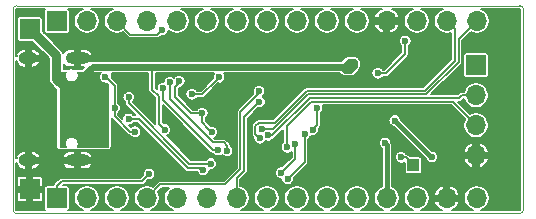
<source format=gbl>
G04 #@! TF.GenerationSoftware,KiCad,Pcbnew,5.1.5+dfsg1-2build2*
G04 #@! TF.CreationDate,2020-10-31T17:23:00+01:00*
G04 #@! TF.ProjectId,OtterPill,4f747465-7250-4696-9c6c-2e6b69636164,rev?*
G04 #@! TF.SameCoordinates,Original*
G04 #@! TF.FileFunction,Copper,L2,Bot*
G04 #@! TF.FilePolarity,Positive*
%FSLAX46Y46*%
G04 Gerber Fmt 4.6, Leading zero omitted, Abs format (unit mm)*
G04 Created by KiCad (PCBNEW 5.1.5+dfsg1-2build2) date 2020-10-31 17:23:00*
%MOMM*%
%LPD*%
G04 APERTURE LIST*
%ADD10C,0.050000*%
%ADD11O,1.700000X1.700000*%
%ADD12R,1.700000X1.700000*%
%ADD13R,1.000000X1.000000*%
%ADD14O,2.100000X1.000000*%
%ADD15O,1.600000X1.000000*%
%ADD16C,0.600000*%
%ADD17C,0.157000*%
%ADD18C,0.400000*%
%ADD19C,0.200000*%
%ADD20C,0.600000*%
%ADD21C,0.800000*%
%ADD22C,0.100000*%
G04 APERTURE END LIST*
D10*
X63200000Y-37100000D02*
G75*
G02X62900000Y-37400000I-300000J0D01*
G01*
X62900000Y-19800000D02*
G75*
G02X63200000Y-20100000I0J-300000D01*
G01*
X20000000Y-20100000D02*
G75*
G02X20300000Y-19800000I300000J0D01*
G01*
X20300000Y-37400000D02*
G75*
G02X20000000Y-37100000I0J300000D01*
G01*
X20000000Y-37100000D02*
X20000000Y-20100000D01*
X62900000Y-37400000D02*
X20300000Y-37400000D01*
X63200000Y-20100000D02*
X63200000Y-37100000D01*
X20300000Y-19800000D02*
X62900000Y-19800000D01*
D11*
X59200000Y-32470000D03*
X59200000Y-29930000D03*
X59200000Y-27390000D03*
D12*
X59200000Y-24850000D03*
D13*
X53900000Y-33300000D03*
D12*
X21420000Y-21780000D03*
X21420000Y-35340000D03*
D11*
X59260000Y-21100000D03*
X56720000Y-21100000D03*
X54180000Y-21100000D03*
X51640000Y-21100000D03*
X49100000Y-21100000D03*
X46560000Y-21100000D03*
X44020000Y-21100000D03*
X41480000Y-21100000D03*
X38940000Y-21100000D03*
X36400000Y-21100000D03*
X33860000Y-21100000D03*
X31320000Y-21100000D03*
X28780000Y-21100000D03*
X26240000Y-21100000D03*
D12*
X23700000Y-21100000D03*
D11*
X59260000Y-36100000D03*
X56720000Y-36100000D03*
X54180000Y-36100000D03*
X51640000Y-36100000D03*
X49100000Y-36100000D03*
X46560000Y-36100000D03*
X44020000Y-36100000D03*
X41480000Y-36100000D03*
X38940000Y-36100000D03*
X36400000Y-36100000D03*
X33860000Y-36100000D03*
X31320000Y-36100000D03*
X28780000Y-36100000D03*
X26240000Y-36100000D03*
D12*
X23700000Y-36100000D03*
D14*
X25454999Y-24250000D03*
X25454999Y-32890000D03*
D15*
X21274999Y-24250000D03*
X21274999Y-32890000D03*
D16*
X50300000Y-36750000D03*
X52900000Y-36800000D03*
X47800000Y-36800000D03*
X39500000Y-22500000D03*
X42700000Y-25797010D03*
X31792990Y-28275000D03*
X25150000Y-35225510D03*
X42890000Y-27780000D03*
X44250000Y-26530000D03*
X48500000Y-28820000D03*
X48710000Y-31440000D03*
X58500000Y-23200000D03*
X49100000Y-28500000D03*
X51470000Y-29480000D03*
X53550000Y-29600000D03*
X52200000Y-30400000D03*
X55590000Y-29000000D03*
X57150000Y-29050000D03*
X55600000Y-30600000D03*
X36540000Y-23530000D03*
X37000000Y-28100000D03*
X32250000Y-31850000D03*
X29480000Y-31570000D03*
X30865510Y-32360000D03*
X41640000Y-27460000D03*
X41450000Y-26190000D03*
X42730000Y-22130000D03*
X40095772Y-33843328D03*
X30050000Y-36800000D03*
X39200000Y-27892990D03*
X30292456Y-25856973D03*
X37770000Y-24242990D03*
X30340000Y-24170000D03*
X61680000Y-20540000D03*
X62680000Y-20540000D03*
X61680000Y-21540000D03*
X62680000Y-21540000D03*
X61680000Y-22540000D03*
X62680000Y-22540000D03*
X61680000Y-23540000D03*
X62680000Y-23540000D03*
X61680000Y-24540000D03*
X62680000Y-24540000D03*
X61680000Y-25540000D03*
X62680000Y-25540000D03*
X61680000Y-26540000D03*
X62680000Y-26540000D03*
X61680000Y-27540000D03*
X62680000Y-27540000D03*
X61680000Y-28540000D03*
X62680000Y-28540000D03*
X61680000Y-29540000D03*
X62680000Y-29540000D03*
X61680000Y-30540000D03*
X62680000Y-30540000D03*
X61680000Y-31540000D03*
X62680000Y-31540000D03*
X61680000Y-32540000D03*
X62680000Y-32540000D03*
X61680000Y-33540000D03*
X62680000Y-33540000D03*
X61680000Y-34540000D03*
X62680000Y-34540000D03*
X61680000Y-35540000D03*
X62680000Y-35540000D03*
X61680000Y-36540000D03*
X62680000Y-36540000D03*
X47656337Y-33643663D03*
X48312533Y-32567179D03*
X45320000Y-35300000D03*
X32580000Y-23594000D03*
X34612000Y-23594000D03*
X40230000Y-36810000D03*
X42770000Y-36810000D03*
X32580000Y-36830000D03*
X27520000Y-36790000D03*
X55470000Y-36820000D03*
X57950000Y-36810000D03*
X60610000Y-36760000D03*
X55430000Y-20390000D03*
X52880000Y-20430000D03*
X50400000Y-20460000D03*
X47800000Y-20410000D03*
X45280000Y-20420000D03*
X42740000Y-20420000D03*
X40200000Y-20400000D03*
X37690000Y-20380000D03*
X35170000Y-20400000D03*
X27510000Y-20420000D03*
X25070000Y-20380000D03*
X48100000Y-23700000D03*
X51300000Y-23800000D03*
X51300000Y-24600000D03*
X50142500Y-24328074D03*
X49400000Y-26200000D03*
X50100000Y-26300000D03*
X46700000Y-24000000D03*
X50870000Y-25530000D03*
X53200000Y-22800000D03*
X28592990Y-28500000D03*
X51500030Y-31437000D03*
X30330000Y-30470000D03*
X27794282Y-25816292D03*
X43196790Y-31800901D03*
X41588375Y-30788003D03*
X36014007Y-28902422D03*
X36830287Y-30510287D03*
X34070000Y-26200000D03*
X35118772Y-27302757D03*
X37449835Y-25864876D03*
X29775000Y-29400000D03*
X36113167Y-33728021D03*
X36718588Y-33171011D03*
X29800000Y-27575000D03*
X24500000Y-28800000D03*
X27700000Y-30900000D03*
X24500000Y-27900000D03*
X25150000Y-27200000D03*
X25150000Y-30357010D03*
X24770000Y-29600000D03*
X32840000Y-30290000D03*
X52315000Y-29530000D03*
X55450000Y-32620000D03*
X24300000Y-30450000D03*
X24460000Y-26810000D03*
X52870000Y-32640000D03*
X45352036Y-30305566D03*
X45727511Y-28477543D03*
X31520000Y-34060002D03*
X41050000Y-30250000D03*
X40873240Y-31036298D03*
X32620000Y-21830000D03*
X33269503Y-26301268D03*
X38114536Y-32091178D03*
X32700000Y-26800000D03*
X37360000Y-32030000D03*
X43238543Y-34479306D03*
X44683911Y-30661483D03*
X40858662Y-27948664D03*
X43887842Y-31491848D03*
X42708663Y-33938663D03*
X40831870Y-27058583D03*
X48538497Y-25261511D03*
X48900000Y-24600000D03*
D17*
X50870000Y-25530000D02*
X51557000Y-25530000D01*
X51557000Y-25530000D02*
X53200000Y-23887000D01*
X53200000Y-23887000D02*
X53200000Y-23224264D01*
X53200000Y-23224264D02*
X53200000Y-22800000D01*
D18*
X51640000Y-31576970D02*
X51500030Y-31437000D01*
X51640000Y-36100000D02*
X51640000Y-31576970D01*
D17*
X28592990Y-29157254D02*
X29905736Y-30470000D01*
X29905736Y-30470000D02*
X30330000Y-30470000D01*
X28592990Y-28500000D02*
X28592990Y-29157254D01*
X28592990Y-26615000D02*
X28094281Y-26116291D01*
X28592990Y-28500000D02*
X28592990Y-26615000D01*
X28094281Y-26116291D02*
X27794282Y-25816292D01*
X43196790Y-31376637D02*
X43196790Y-31800901D01*
X45240201Y-27942033D02*
X43196790Y-29985444D01*
X59200000Y-29930000D02*
X57212033Y-27942033D01*
X43196790Y-29985444D02*
X43196790Y-31376637D01*
X57212033Y-27942033D02*
X45240201Y-27942033D01*
X45110134Y-27628022D02*
X41950153Y-30788003D01*
X59200000Y-27390000D02*
X57997919Y-27390000D01*
X41950153Y-30788003D02*
X41588375Y-30788003D01*
X57759897Y-27628022D02*
X45110134Y-27628022D01*
X57997919Y-27390000D02*
X57759897Y-27628022D01*
X31400000Y-21180000D02*
X31320000Y-21100000D01*
X36014007Y-28902422D02*
X36014007Y-29694007D01*
X36530288Y-30210288D02*
X36830287Y-30510287D01*
X36014007Y-29694007D02*
X36530288Y-30210288D01*
X34070000Y-26320000D02*
X34070000Y-26200000D01*
X35996429Y-28920000D02*
X35080000Y-28920000D01*
X35080000Y-28920000D02*
X33700000Y-27540000D01*
X36014007Y-28902422D02*
X35996429Y-28920000D01*
X33700000Y-27540000D02*
X33700000Y-26690000D01*
X33700000Y-26690000D02*
X34070000Y-26320000D01*
X35118772Y-27302757D02*
X36011954Y-27302757D01*
X36011954Y-27302757D02*
X37149836Y-26164875D01*
X37149836Y-26164875D02*
X37449835Y-25864876D01*
D19*
X35898021Y-33728021D02*
X36113167Y-33728021D01*
X35720000Y-33550000D02*
X35898021Y-33728021D01*
X34800000Y-33550000D02*
X35720000Y-33550000D01*
X29775000Y-29400000D02*
X30650000Y-29400000D01*
X30650000Y-29400000D02*
X34800000Y-33550000D01*
X34925899Y-33171011D02*
X29800000Y-28045112D01*
X36718588Y-33171011D02*
X34925899Y-33171011D01*
X29800000Y-27999264D02*
X29800000Y-27575000D01*
X29800000Y-28045112D02*
X29800000Y-27999264D01*
X32840000Y-30290000D02*
X32350000Y-29800000D01*
X32350000Y-29800000D02*
X32350000Y-27490000D01*
X32350000Y-27490000D02*
X31790000Y-26930000D01*
X31790000Y-26930000D02*
X31790000Y-25100000D01*
D20*
X59260000Y-35527602D02*
X59260000Y-36100000D01*
D18*
X52315000Y-29530000D02*
X55405000Y-32620000D01*
X55405000Y-32620000D02*
X55450000Y-32620000D01*
D21*
X21420000Y-21780000D02*
X23650000Y-24010000D01*
X23650000Y-26000000D02*
X24460000Y-26810000D01*
X23650000Y-24010000D02*
X23650000Y-26000000D01*
D17*
X53240000Y-32640000D02*
X53900000Y-33300000D01*
X52870000Y-32640000D02*
X53240000Y-32640000D01*
X45652035Y-30005567D02*
X45352036Y-30305566D01*
X45727511Y-28477543D02*
X45727511Y-29930091D01*
X45727511Y-29930091D02*
X45652035Y-30005567D01*
X31524999Y-34065001D02*
X31520000Y-34060002D01*
X30900000Y-34690000D02*
X31524999Y-34065001D01*
X24103000Y-34690000D02*
X30900000Y-34690000D01*
X23700000Y-36100000D02*
X23700000Y-35093000D01*
X23700000Y-35093000D02*
X24103000Y-34690000D01*
X41474264Y-30250000D02*
X41050000Y-30250000D01*
X42044078Y-30250000D02*
X41474264Y-30250000D01*
X44980067Y-27314011D02*
X42044078Y-30250000D01*
X54980067Y-27314011D02*
X44980067Y-27314011D01*
X57714010Y-22645990D02*
X57714010Y-24580068D01*
X59260000Y-21100000D02*
X57714010Y-22645990D01*
X57714010Y-24580068D02*
X54980067Y-27314011D01*
X40573241Y-30736299D02*
X40873240Y-31036298D01*
X40514499Y-29992959D02*
X40514499Y-30677557D01*
X40792959Y-29714499D02*
X40514499Y-29992959D01*
X42135501Y-29714499D02*
X40792959Y-29714499D01*
X54850000Y-27000000D02*
X44850000Y-27000000D01*
X57400000Y-21780000D02*
X57400000Y-24450000D01*
X44850000Y-27000000D02*
X42135501Y-29714499D01*
X56720000Y-21100000D02*
X57400000Y-21780000D01*
X40514499Y-30677557D02*
X40573241Y-30736299D01*
X57400000Y-24450000D02*
X54850000Y-27000000D01*
X32320001Y-22129999D02*
X32620000Y-21830000D01*
X32200000Y-22250000D02*
X32320001Y-22129999D01*
X28780000Y-21100000D02*
X29930000Y-22250000D01*
X29930000Y-22250000D02*
X32200000Y-22250000D01*
X36930234Y-31374498D02*
X37822120Y-31374498D01*
X37822120Y-31374498D02*
X38114536Y-31666914D01*
X33269503Y-26301268D02*
X33269503Y-27713767D01*
X38114536Y-31666914D02*
X38114536Y-32091178D01*
X33269503Y-27713767D02*
X36930234Y-31374498D01*
X32700000Y-27794264D02*
X36935736Y-32030000D01*
X32700000Y-26800000D02*
X32700000Y-27794264D01*
X36935736Y-32030000D02*
X37360000Y-32030000D01*
X41480000Y-36100000D02*
X41552542Y-36100000D01*
X43238543Y-34479306D02*
X44683911Y-33033938D01*
X44683911Y-33033938D02*
X44683911Y-30661483D01*
X38940000Y-34404078D02*
X39564011Y-33780067D01*
X39564011Y-33780067D02*
X39564011Y-29243315D01*
X38940000Y-36100000D02*
X38940000Y-34404078D01*
X40558663Y-28248663D02*
X40858662Y-27948664D01*
X39564011Y-29243315D02*
X40558663Y-28248663D01*
X43887842Y-31491848D02*
X43887842Y-32759484D01*
X43008662Y-33638664D02*
X42708663Y-33938663D01*
X43887842Y-32759484D02*
X43008662Y-33638664D01*
X40831870Y-27218130D02*
X40831870Y-27058583D01*
X39250000Y-28800000D02*
X40831870Y-27218130D01*
X39250000Y-33650000D02*
X39250000Y-28800000D01*
X37960000Y-34940000D02*
X39250000Y-33650000D01*
X31320000Y-36100000D02*
X32480000Y-34940000D01*
X32480000Y-34940000D02*
X37960000Y-34940000D01*
D20*
X26762362Y-24999999D02*
X48000001Y-24999999D01*
X25707000Y-26055361D02*
X26762362Y-24999999D01*
X48000001Y-25147279D02*
X48000001Y-24999999D01*
X48114233Y-25261511D02*
X48000001Y-25147279D01*
X48538497Y-25261511D02*
X48114233Y-25261511D01*
X48900000Y-24900008D02*
X48900000Y-24600000D01*
X48538497Y-25261511D02*
X48900000Y-24900008D01*
X48000001Y-24999999D02*
X48400000Y-24600000D01*
X48400000Y-24600000D02*
X48475736Y-24600000D01*
X48475736Y-24600000D02*
X48900000Y-24600000D01*
D22*
G36*
X24413444Y-25524821D02*
G01*
X24392999Y-25627603D01*
X24392999Y-25732397D01*
X24413444Y-25835179D01*
X24453547Y-25931996D01*
X24511768Y-26019130D01*
X24585869Y-26093231D01*
X24673003Y-26151452D01*
X24769820Y-26191555D01*
X24872602Y-26212000D01*
X24977396Y-26212000D01*
X25080178Y-26191555D01*
X25176995Y-26151452D01*
X25264129Y-26093231D01*
X25338230Y-26019130D01*
X25396451Y-25931996D01*
X25436554Y-25835179D01*
X25456999Y-25732397D01*
X25456999Y-25627603D01*
X25436554Y-25524821D01*
X25405562Y-25450000D01*
X27443568Y-25450000D01*
X27400470Y-25493098D01*
X27344985Y-25576138D01*
X27306766Y-25668406D01*
X27287282Y-25766357D01*
X27287282Y-25866227D01*
X27306766Y-25964178D01*
X27344985Y-26056446D01*
X27400470Y-26139486D01*
X27471088Y-26210104D01*
X27554128Y-26265589D01*
X27646396Y-26303808D01*
X27744347Y-26323292D01*
X27844217Y-26323292D01*
X27888680Y-26314448D01*
X27902317Y-26328085D01*
X27902322Y-26328089D01*
X28050000Y-26475767D01*
X28050000Y-31750000D01*
X25371058Y-31750000D01*
X25396451Y-31711996D01*
X25436554Y-31615179D01*
X25456999Y-31512397D01*
X25456999Y-31407603D01*
X25436554Y-31304821D01*
X25396451Y-31208004D01*
X25338230Y-31120870D01*
X25264129Y-31046769D01*
X25176995Y-30988548D01*
X25080178Y-30948445D01*
X24977396Y-30928000D01*
X24872602Y-30928000D01*
X24769820Y-30948445D01*
X24673003Y-30988548D01*
X24585869Y-31046769D01*
X24511768Y-31120870D01*
X24453547Y-31208004D01*
X24413444Y-31304821D01*
X24392999Y-31407603D01*
X24392999Y-31512397D01*
X24413444Y-31615179D01*
X24453547Y-31711996D01*
X24478940Y-31750000D01*
X23950000Y-31750000D01*
X23950000Y-25450000D01*
X24444436Y-25450000D01*
X24413444Y-25524821D01*
G37*
X24413444Y-25524821D02*
X24392999Y-25627603D01*
X24392999Y-25732397D01*
X24413444Y-25835179D01*
X24453547Y-25931996D01*
X24511768Y-26019130D01*
X24585869Y-26093231D01*
X24673003Y-26151452D01*
X24769820Y-26191555D01*
X24872602Y-26212000D01*
X24977396Y-26212000D01*
X25080178Y-26191555D01*
X25176995Y-26151452D01*
X25264129Y-26093231D01*
X25338230Y-26019130D01*
X25396451Y-25931996D01*
X25436554Y-25835179D01*
X25456999Y-25732397D01*
X25456999Y-25627603D01*
X25436554Y-25524821D01*
X25405562Y-25450000D01*
X27443568Y-25450000D01*
X27400470Y-25493098D01*
X27344985Y-25576138D01*
X27306766Y-25668406D01*
X27287282Y-25766357D01*
X27287282Y-25866227D01*
X27306766Y-25964178D01*
X27344985Y-26056446D01*
X27400470Y-26139486D01*
X27471088Y-26210104D01*
X27554128Y-26265589D01*
X27646396Y-26303808D01*
X27744347Y-26323292D01*
X27844217Y-26323292D01*
X27888680Y-26314448D01*
X27902317Y-26328085D01*
X27902322Y-26328089D01*
X28050000Y-26475767D01*
X28050000Y-31750000D01*
X25371058Y-31750000D01*
X25396451Y-31711996D01*
X25436554Y-31615179D01*
X25456999Y-31512397D01*
X25456999Y-31407603D01*
X25436554Y-31304821D01*
X25396451Y-31208004D01*
X25338230Y-31120870D01*
X25264129Y-31046769D01*
X25176995Y-30988548D01*
X25080178Y-30948445D01*
X24977396Y-30928000D01*
X24872602Y-30928000D01*
X24769820Y-30948445D01*
X24673003Y-30988548D01*
X24585869Y-31046769D01*
X24511768Y-31120870D01*
X24453547Y-31208004D01*
X24413444Y-31304821D01*
X24392999Y-31407603D01*
X24392999Y-31512397D01*
X24413444Y-31615179D01*
X24453547Y-31711996D01*
X24478940Y-31750000D01*
X23950000Y-31750000D01*
X23950000Y-25450000D01*
X24444436Y-25450000D01*
X24413444Y-25524821D01*
D17*
G36*
X33168034Y-35256837D02*
G01*
X33016837Y-35408034D01*
X32898043Y-35585823D01*
X32816215Y-35783371D01*
X32774500Y-35993088D01*
X32774500Y-36206912D01*
X32816215Y-36416629D01*
X32898043Y-36614177D01*
X33016837Y-36791966D01*
X33168034Y-36943163D01*
X33345823Y-37061957D01*
X33533026Y-37139500D01*
X31646974Y-37139500D01*
X31834177Y-37061957D01*
X32011966Y-36943163D01*
X32163163Y-36791966D01*
X32281957Y-36614177D01*
X32363785Y-36416629D01*
X32405500Y-36206912D01*
X32405500Y-35993088D01*
X32363785Y-35783371D01*
X32281957Y-35585823D01*
X32280468Y-35583595D01*
X32610063Y-35254000D01*
X33172280Y-35254000D01*
X33168034Y-35256837D01*
G37*
X33168034Y-35256837D02*
X33016837Y-35408034D01*
X32898043Y-35585823D01*
X32816215Y-35783371D01*
X32774500Y-35993088D01*
X32774500Y-36206912D01*
X32816215Y-36416629D01*
X32898043Y-36614177D01*
X33016837Y-36791966D01*
X33168034Y-36943163D01*
X33345823Y-37061957D01*
X33533026Y-37139500D01*
X31646974Y-37139500D01*
X31834177Y-37061957D01*
X32011966Y-36943163D01*
X32163163Y-36791966D01*
X32281957Y-36614177D01*
X32363785Y-36416629D01*
X32405500Y-36206912D01*
X32405500Y-35993088D01*
X32363785Y-35783371D01*
X32281957Y-35585823D01*
X32280468Y-35583595D01*
X32610063Y-35254000D01*
X33172280Y-35254000D01*
X33168034Y-35256837D01*
G36*
X22682671Y-20082671D02*
G01*
X22653242Y-20118530D01*
X22631374Y-20159442D01*
X22617908Y-20203834D01*
X22613361Y-20250000D01*
X22613361Y-21950000D01*
X22617908Y-21996166D01*
X22631374Y-22040558D01*
X22653242Y-22081470D01*
X22682671Y-22117329D01*
X22718530Y-22146758D01*
X22759442Y-22168626D01*
X22803834Y-22182092D01*
X22850000Y-22186639D01*
X24550000Y-22186639D01*
X24596166Y-22182092D01*
X24640558Y-22168626D01*
X24681470Y-22146758D01*
X24717329Y-22117329D01*
X24746758Y-22081470D01*
X24768626Y-22040558D01*
X24782092Y-21996166D01*
X24786639Y-21950000D01*
X24786639Y-20250000D01*
X24782092Y-20203834D01*
X24768626Y-20159442D01*
X24746758Y-20118530D01*
X24717329Y-20082671D01*
X24690314Y-20060500D01*
X25913026Y-20060500D01*
X25725823Y-20138043D01*
X25548034Y-20256837D01*
X25396837Y-20408034D01*
X25278043Y-20585823D01*
X25196215Y-20783371D01*
X25154500Y-20993088D01*
X25154500Y-21206912D01*
X25196215Y-21416629D01*
X25278043Y-21614177D01*
X25396837Y-21791966D01*
X25548034Y-21943163D01*
X25725823Y-22061957D01*
X25923371Y-22143785D01*
X26133088Y-22185500D01*
X26346912Y-22185500D01*
X26556629Y-22143785D01*
X26754177Y-22061957D01*
X26931966Y-21943163D01*
X27083163Y-21791966D01*
X27201957Y-21614177D01*
X27283785Y-21416629D01*
X27325500Y-21206912D01*
X27325500Y-20993088D01*
X27283785Y-20783371D01*
X27201957Y-20585823D01*
X27083163Y-20408034D01*
X26931966Y-20256837D01*
X26754177Y-20138043D01*
X26566974Y-20060500D01*
X28453026Y-20060500D01*
X28265823Y-20138043D01*
X28088034Y-20256837D01*
X27936837Y-20408034D01*
X27818043Y-20585823D01*
X27736215Y-20783371D01*
X27694500Y-20993088D01*
X27694500Y-21206912D01*
X27736215Y-21416629D01*
X27818043Y-21614177D01*
X27936837Y-21791966D01*
X28088034Y-21943163D01*
X28265823Y-22061957D01*
X28463371Y-22143785D01*
X28673088Y-22185500D01*
X28886912Y-22185500D01*
X29096629Y-22143785D01*
X29294177Y-22061957D01*
X29296405Y-22060468D01*
X29697060Y-22461123D01*
X29706894Y-22473106D01*
X29728143Y-22490544D01*
X29754707Y-22512344D01*
X29809256Y-22541502D01*
X29868445Y-22559456D01*
X29930000Y-22565519D01*
X29945421Y-22564000D01*
X32184579Y-22564000D01*
X32200000Y-22565519D01*
X32215421Y-22564000D01*
X32215422Y-22564000D01*
X32261555Y-22559456D01*
X32320744Y-22541502D01*
X32375293Y-22512344D01*
X32423106Y-22473106D01*
X32432944Y-22461118D01*
X32534982Y-22359080D01*
X32567258Y-22365500D01*
X32672742Y-22365500D01*
X32776200Y-22344921D01*
X32873654Y-22304554D01*
X32961361Y-22245950D01*
X33035950Y-22171361D01*
X33094554Y-22083654D01*
X33134921Y-21986200D01*
X33147555Y-21922684D01*
X33168034Y-21943163D01*
X33345823Y-22061957D01*
X33543371Y-22143785D01*
X33753088Y-22185500D01*
X33966912Y-22185500D01*
X34176629Y-22143785D01*
X34374177Y-22061957D01*
X34551966Y-21943163D01*
X34703163Y-21791966D01*
X34821957Y-21614177D01*
X34903785Y-21416629D01*
X34945500Y-21206912D01*
X34945500Y-20993088D01*
X34903785Y-20783371D01*
X34821957Y-20585823D01*
X34703163Y-20408034D01*
X34551966Y-20256837D01*
X34374177Y-20138043D01*
X34186974Y-20060500D01*
X36073026Y-20060500D01*
X35885823Y-20138043D01*
X35708034Y-20256837D01*
X35556837Y-20408034D01*
X35438043Y-20585823D01*
X35356215Y-20783371D01*
X35314500Y-20993088D01*
X35314500Y-21206912D01*
X35356215Y-21416629D01*
X35438043Y-21614177D01*
X35556837Y-21791966D01*
X35708034Y-21943163D01*
X35885823Y-22061957D01*
X36083371Y-22143785D01*
X36293088Y-22185500D01*
X36506912Y-22185500D01*
X36716629Y-22143785D01*
X36914177Y-22061957D01*
X37091966Y-21943163D01*
X37243163Y-21791966D01*
X37361957Y-21614177D01*
X37443785Y-21416629D01*
X37485500Y-21206912D01*
X37485500Y-20993088D01*
X37443785Y-20783371D01*
X37361957Y-20585823D01*
X37243163Y-20408034D01*
X37091966Y-20256837D01*
X36914177Y-20138043D01*
X36726974Y-20060500D01*
X38613026Y-20060500D01*
X38425823Y-20138043D01*
X38248034Y-20256837D01*
X38096837Y-20408034D01*
X37978043Y-20585823D01*
X37896215Y-20783371D01*
X37854500Y-20993088D01*
X37854500Y-21206912D01*
X37896215Y-21416629D01*
X37978043Y-21614177D01*
X38096837Y-21791966D01*
X38248034Y-21943163D01*
X38425823Y-22061957D01*
X38623371Y-22143785D01*
X38833088Y-22185500D01*
X39046912Y-22185500D01*
X39256629Y-22143785D01*
X39454177Y-22061957D01*
X39631966Y-21943163D01*
X39783163Y-21791966D01*
X39901957Y-21614177D01*
X39983785Y-21416629D01*
X40025500Y-21206912D01*
X40025500Y-20993088D01*
X39983785Y-20783371D01*
X39901957Y-20585823D01*
X39783163Y-20408034D01*
X39631966Y-20256837D01*
X39454177Y-20138043D01*
X39266974Y-20060500D01*
X41153026Y-20060500D01*
X40965823Y-20138043D01*
X40788034Y-20256837D01*
X40636837Y-20408034D01*
X40518043Y-20585823D01*
X40436215Y-20783371D01*
X40394500Y-20993088D01*
X40394500Y-21206912D01*
X40436215Y-21416629D01*
X40518043Y-21614177D01*
X40636837Y-21791966D01*
X40788034Y-21943163D01*
X40965823Y-22061957D01*
X41163371Y-22143785D01*
X41373088Y-22185500D01*
X41586912Y-22185500D01*
X41796629Y-22143785D01*
X41994177Y-22061957D01*
X42171966Y-21943163D01*
X42323163Y-21791966D01*
X42441957Y-21614177D01*
X42523785Y-21416629D01*
X42565500Y-21206912D01*
X42565500Y-20993088D01*
X42523785Y-20783371D01*
X42441957Y-20585823D01*
X42323163Y-20408034D01*
X42171966Y-20256837D01*
X41994177Y-20138043D01*
X41806974Y-20060500D01*
X43693026Y-20060500D01*
X43505823Y-20138043D01*
X43328034Y-20256837D01*
X43176837Y-20408034D01*
X43058043Y-20585823D01*
X42976215Y-20783371D01*
X42934500Y-20993088D01*
X42934500Y-21206912D01*
X42976215Y-21416629D01*
X43058043Y-21614177D01*
X43176837Y-21791966D01*
X43328034Y-21943163D01*
X43505823Y-22061957D01*
X43703371Y-22143785D01*
X43913088Y-22185500D01*
X44126912Y-22185500D01*
X44336629Y-22143785D01*
X44534177Y-22061957D01*
X44711966Y-21943163D01*
X44863163Y-21791966D01*
X44981957Y-21614177D01*
X45063785Y-21416629D01*
X45105500Y-21206912D01*
X45105500Y-20993088D01*
X45063785Y-20783371D01*
X44981957Y-20585823D01*
X44863163Y-20408034D01*
X44711966Y-20256837D01*
X44534177Y-20138043D01*
X44346974Y-20060500D01*
X46233026Y-20060500D01*
X46045823Y-20138043D01*
X45868034Y-20256837D01*
X45716837Y-20408034D01*
X45598043Y-20585823D01*
X45516215Y-20783371D01*
X45474500Y-20993088D01*
X45474500Y-21206912D01*
X45516215Y-21416629D01*
X45598043Y-21614177D01*
X45716837Y-21791966D01*
X45868034Y-21943163D01*
X46045823Y-22061957D01*
X46243371Y-22143785D01*
X46453088Y-22185500D01*
X46666912Y-22185500D01*
X46876629Y-22143785D01*
X47074177Y-22061957D01*
X47251966Y-21943163D01*
X47403163Y-21791966D01*
X47521957Y-21614177D01*
X47603785Y-21416629D01*
X47645500Y-21206912D01*
X47645500Y-20993088D01*
X47603785Y-20783371D01*
X47521957Y-20585823D01*
X47403163Y-20408034D01*
X47251966Y-20256837D01*
X47074177Y-20138043D01*
X46886974Y-20060500D01*
X48773026Y-20060500D01*
X48585823Y-20138043D01*
X48408034Y-20256837D01*
X48256837Y-20408034D01*
X48138043Y-20585823D01*
X48056215Y-20783371D01*
X48014500Y-20993088D01*
X48014500Y-21206912D01*
X48056215Y-21416629D01*
X48138043Y-21614177D01*
X48256837Y-21791966D01*
X48408034Y-21943163D01*
X48585823Y-22061957D01*
X48783371Y-22143785D01*
X48993088Y-22185500D01*
X49206912Y-22185500D01*
X49416629Y-22143785D01*
X49614177Y-22061957D01*
X49791966Y-21943163D01*
X49943163Y-21791966D01*
X50061957Y-21614177D01*
X50112615Y-21491877D01*
X50581714Y-21491877D01*
X50678500Y-21690809D01*
X50812236Y-21867036D01*
X50977783Y-22013786D01*
X51168778Y-22125420D01*
X51248125Y-22158275D01*
X51418500Y-22135449D01*
X51418500Y-21321500D01*
X51861500Y-21321500D01*
X51861500Y-22135449D01*
X52031875Y-22158275D01*
X52111222Y-22125420D01*
X52302217Y-22013786D01*
X52467764Y-21867036D01*
X52601500Y-21690809D01*
X52698286Y-21491877D01*
X52676935Y-21321500D01*
X51861500Y-21321500D01*
X51418500Y-21321500D01*
X50603065Y-21321500D01*
X50581714Y-21491877D01*
X50112615Y-21491877D01*
X50143785Y-21416629D01*
X50185500Y-21206912D01*
X50185500Y-20993088D01*
X50143785Y-20783371D01*
X50061957Y-20585823D01*
X49943163Y-20408034D01*
X49791966Y-20256837D01*
X49614177Y-20138043D01*
X49426974Y-20060500D01*
X51202782Y-20060500D01*
X51168778Y-20074580D01*
X50977783Y-20186214D01*
X50812236Y-20332964D01*
X50678500Y-20509191D01*
X50581714Y-20708123D01*
X50603065Y-20878500D01*
X51418500Y-20878500D01*
X51418500Y-20858500D01*
X51861500Y-20858500D01*
X51861500Y-20878500D01*
X52676935Y-20878500D01*
X52698286Y-20708123D01*
X52601500Y-20509191D01*
X52467764Y-20332964D01*
X52302217Y-20186214D01*
X52111222Y-20074580D01*
X52077218Y-20060500D01*
X53853026Y-20060500D01*
X53665823Y-20138043D01*
X53488034Y-20256837D01*
X53336837Y-20408034D01*
X53218043Y-20585823D01*
X53136215Y-20783371D01*
X53094500Y-20993088D01*
X53094500Y-21206912D01*
X53136215Y-21416629D01*
X53218043Y-21614177D01*
X53336837Y-21791966D01*
X53488034Y-21943163D01*
X53665823Y-22061957D01*
X53863371Y-22143785D01*
X54073088Y-22185500D01*
X54286912Y-22185500D01*
X54496629Y-22143785D01*
X54694177Y-22061957D01*
X54871966Y-21943163D01*
X55023163Y-21791966D01*
X55141957Y-21614177D01*
X55223785Y-21416629D01*
X55265500Y-21206912D01*
X55265500Y-20993088D01*
X55223785Y-20783371D01*
X55141957Y-20585823D01*
X55023163Y-20408034D01*
X54871966Y-20256837D01*
X54694177Y-20138043D01*
X54506974Y-20060500D01*
X56393026Y-20060500D01*
X56205823Y-20138043D01*
X56028034Y-20256837D01*
X55876837Y-20408034D01*
X55758043Y-20585823D01*
X55676215Y-20783371D01*
X55634500Y-20993088D01*
X55634500Y-21206912D01*
X55676215Y-21416629D01*
X55758043Y-21614177D01*
X55876837Y-21791966D01*
X56028034Y-21943163D01*
X56205823Y-22061957D01*
X56403371Y-22143785D01*
X56613088Y-22185500D01*
X56826912Y-22185500D01*
X57036629Y-22143785D01*
X57086000Y-22123335D01*
X57086001Y-24319936D01*
X54719938Y-26686000D01*
X44865418Y-26686000D01*
X44849999Y-26684481D01*
X44834580Y-26686000D01*
X44834578Y-26686000D01*
X44788445Y-26690544D01*
X44729256Y-26708498D01*
X44674707Y-26737656D01*
X44626894Y-26776894D01*
X44617063Y-26788874D01*
X42005439Y-29400499D01*
X40808380Y-29400499D01*
X40792959Y-29398980D01*
X40731404Y-29405043D01*
X40672214Y-29422997D01*
X40631749Y-29444627D01*
X40617666Y-29452155D01*
X40569853Y-29491393D01*
X40560022Y-29503373D01*
X40303381Y-29760015D01*
X40291393Y-29769853D01*
X40252155Y-29817667D01*
X40222997Y-29872216D01*
X40205769Y-29929011D01*
X40205043Y-29931405D01*
X40198980Y-29992959D01*
X40200499Y-30008381D01*
X40200500Y-30662126D01*
X40198980Y-30677557D01*
X40205043Y-30739111D01*
X40222998Y-30798301D01*
X40250396Y-30849557D01*
X40252156Y-30852850D01*
X40291394Y-30900663D01*
X40303377Y-30910497D01*
X40344160Y-30951280D01*
X40337740Y-30983556D01*
X40337740Y-31089040D01*
X40358319Y-31192498D01*
X40398686Y-31289952D01*
X40457290Y-31377659D01*
X40531879Y-31452248D01*
X40619586Y-31510852D01*
X40717040Y-31551219D01*
X40820498Y-31571798D01*
X40925982Y-31571798D01*
X41029440Y-31551219D01*
X41126894Y-31510852D01*
X41214601Y-31452248D01*
X41289190Y-31377659D01*
X41347794Y-31289952D01*
X41355565Y-31271191D01*
X41432175Y-31302924D01*
X41535633Y-31323503D01*
X41641117Y-31323503D01*
X41744575Y-31302924D01*
X41842029Y-31262557D01*
X41929736Y-31203953D01*
X42004325Y-31129364D01*
X42029186Y-31092157D01*
X42070897Y-31079505D01*
X42125446Y-31050347D01*
X42173259Y-31011109D01*
X42183097Y-30999121D01*
X42882790Y-30299428D01*
X42882791Y-31361206D01*
X42882790Y-31361216D01*
X42882790Y-31366669D01*
X42855429Y-31384951D01*
X42780840Y-31459540D01*
X42722236Y-31547247D01*
X42681869Y-31644701D01*
X42661290Y-31748159D01*
X42661290Y-31853643D01*
X42681869Y-31957101D01*
X42722236Y-32054555D01*
X42780840Y-32142262D01*
X42855429Y-32216851D01*
X42943136Y-32275455D01*
X43040590Y-32315822D01*
X43144048Y-32336401D01*
X43249532Y-32336401D01*
X43352990Y-32315822D01*
X43450444Y-32275455D01*
X43538151Y-32216851D01*
X43573843Y-32181159D01*
X43573843Y-32629420D01*
X42797540Y-33405724D01*
X42797535Y-33405728D01*
X42793680Y-33409583D01*
X42761405Y-33403163D01*
X42655921Y-33403163D01*
X42552463Y-33423742D01*
X42455009Y-33464109D01*
X42367302Y-33522713D01*
X42292713Y-33597302D01*
X42234109Y-33685009D01*
X42193742Y-33782463D01*
X42173163Y-33885921D01*
X42173163Y-33991405D01*
X42193742Y-34094863D01*
X42234109Y-34192317D01*
X42292713Y-34280024D01*
X42367302Y-34354613D01*
X42455009Y-34413217D01*
X42552463Y-34453584D01*
X42655921Y-34474163D01*
X42703043Y-34474163D01*
X42703043Y-34532048D01*
X42723622Y-34635506D01*
X42763989Y-34732960D01*
X42822593Y-34820667D01*
X42897182Y-34895256D01*
X42984889Y-34953860D01*
X43082343Y-34994227D01*
X43185801Y-35014806D01*
X43291285Y-35014806D01*
X43394743Y-34994227D01*
X43492197Y-34953860D01*
X43579904Y-34895256D01*
X43654493Y-34820667D01*
X43713097Y-34732960D01*
X43753464Y-34635506D01*
X43774043Y-34532048D01*
X43774043Y-34426564D01*
X43767623Y-34394288D01*
X44895036Y-33266876D01*
X44907017Y-33257044D01*
X44946255Y-33209231D01*
X44975413Y-33154682D01*
X44993367Y-33095493D01*
X44997911Y-33049360D01*
X44997911Y-33049359D01*
X44999430Y-33033939D01*
X44997911Y-33018517D01*
X44997911Y-31095715D01*
X45025272Y-31077433D01*
X45099861Y-31002844D01*
X45158465Y-30915137D01*
X45197531Y-30820824D01*
X45299294Y-30841066D01*
X45404778Y-30841066D01*
X45508236Y-30820487D01*
X45605690Y-30780120D01*
X45693397Y-30721516D01*
X45767986Y-30646927D01*
X45826590Y-30559220D01*
X45866957Y-30461766D01*
X45887536Y-30358308D01*
X45887536Y-30252824D01*
X45881116Y-30220549D01*
X45884971Y-30216694D01*
X45884976Y-30216688D01*
X45938629Y-30163035D01*
X45950617Y-30153197D01*
X45989855Y-30105384D01*
X46019013Y-30050835D01*
X46036967Y-29991646D01*
X46041511Y-29945513D01*
X46041511Y-29945511D01*
X46043030Y-29930092D01*
X46041511Y-29914673D01*
X46041511Y-29477258D01*
X51779500Y-29477258D01*
X51779500Y-29582742D01*
X51800079Y-29686200D01*
X51840446Y-29783654D01*
X51899050Y-29871361D01*
X51973639Y-29945950D01*
X52061346Y-30004554D01*
X52158800Y-30044921D01*
X52227746Y-30058635D01*
X54932539Y-32763429D01*
X54935079Y-32776200D01*
X54975446Y-32873654D01*
X55034050Y-32961361D01*
X55108639Y-33035950D01*
X55196346Y-33094554D01*
X55293800Y-33134921D01*
X55397258Y-33155500D01*
X55502742Y-33155500D01*
X55606200Y-33134921D01*
X55703654Y-33094554D01*
X55791361Y-33035950D01*
X55865950Y-32961361D01*
X55924554Y-32873654D01*
X55929433Y-32861875D01*
X58141725Y-32861875D01*
X58174580Y-32941222D01*
X58286214Y-33132217D01*
X58432964Y-33297764D01*
X58609191Y-33431500D01*
X58808123Y-33528286D01*
X58978500Y-33506935D01*
X58978500Y-32691500D01*
X59421500Y-32691500D01*
X59421500Y-33506935D01*
X59591877Y-33528286D01*
X59790809Y-33431500D01*
X59967036Y-33297764D01*
X60113786Y-33132217D01*
X60225420Y-32941222D01*
X60258275Y-32861875D01*
X60235449Y-32691500D01*
X59421500Y-32691500D01*
X58978500Y-32691500D01*
X58164551Y-32691500D01*
X58141725Y-32861875D01*
X55929433Y-32861875D01*
X55964921Y-32776200D01*
X55985500Y-32672742D01*
X55985500Y-32567258D01*
X55964921Y-32463800D01*
X55924554Y-32366346D01*
X55865950Y-32278639D01*
X55791361Y-32204050D01*
X55703654Y-32145446D01*
X55606200Y-32105079D01*
X55502742Y-32084500D01*
X55485390Y-32084500D01*
X55479015Y-32078125D01*
X58141725Y-32078125D01*
X58164551Y-32248500D01*
X58978500Y-32248500D01*
X58978500Y-31433065D01*
X59421500Y-31433065D01*
X59421500Y-32248500D01*
X60235449Y-32248500D01*
X60258275Y-32078125D01*
X60225420Y-31998778D01*
X60113786Y-31807783D01*
X59967036Y-31642236D01*
X59790809Y-31508500D01*
X59591877Y-31411714D01*
X59421500Y-31433065D01*
X58978500Y-31433065D01*
X58808123Y-31411714D01*
X58609191Y-31508500D01*
X58432964Y-31642236D01*
X58286214Y-31807783D01*
X58174580Y-31998778D01*
X58141725Y-32078125D01*
X55479015Y-32078125D01*
X52843635Y-29442746D01*
X52829921Y-29373800D01*
X52789554Y-29276346D01*
X52730950Y-29188639D01*
X52656361Y-29114050D01*
X52568654Y-29055446D01*
X52471200Y-29015079D01*
X52367742Y-28994500D01*
X52262258Y-28994500D01*
X52158800Y-29015079D01*
X52061346Y-29055446D01*
X51973639Y-29114050D01*
X51899050Y-29188639D01*
X51840446Y-29276346D01*
X51800079Y-29373800D01*
X51779500Y-29477258D01*
X46041511Y-29477258D01*
X46041511Y-28911775D01*
X46068872Y-28893493D01*
X46143461Y-28818904D01*
X46202065Y-28731197D01*
X46242432Y-28633743D01*
X46263011Y-28530285D01*
X46263011Y-28424801D01*
X46242432Y-28321343D01*
X46215380Y-28256033D01*
X57081971Y-28256033D01*
X58239532Y-29413595D01*
X58238043Y-29415823D01*
X58156215Y-29613371D01*
X58114500Y-29823088D01*
X58114500Y-30036912D01*
X58156215Y-30246629D01*
X58238043Y-30444177D01*
X58356837Y-30621966D01*
X58508034Y-30773163D01*
X58685823Y-30891957D01*
X58883371Y-30973785D01*
X59093088Y-31015500D01*
X59306912Y-31015500D01*
X59516629Y-30973785D01*
X59714177Y-30891957D01*
X59891966Y-30773163D01*
X60043163Y-30621966D01*
X60161957Y-30444177D01*
X60243785Y-30246629D01*
X60285500Y-30036912D01*
X60285500Y-29823088D01*
X60243785Y-29613371D01*
X60161957Y-29415823D01*
X60043163Y-29238034D01*
X59891966Y-29086837D01*
X59714177Y-28968043D01*
X59516629Y-28886215D01*
X59306912Y-28844500D01*
X59093088Y-28844500D01*
X58883371Y-28886215D01*
X58685823Y-28968043D01*
X58683595Y-28969532D01*
X57656084Y-27942022D01*
X57744476Y-27942022D01*
X57759897Y-27943541D01*
X57775318Y-27942022D01*
X57775319Y-27942022D01*
X57821452Y-27937478D01*
X57880641Y-27919524D01*
X57935190Y-27890366D01*
X57983003Y-27851128D01*
X57992841Y-27839140D01*
X58127982Y-27704000D01*
X58155692Y-27704000D01*
X58156215Y-27706629D01*
X58238043Y-27904177D01*
X58356837Y-28081966D01*
X58508034Y-28233163D01*
X58685823Y-28351957D01*
X58883371Y-28433785D01*
X59093088Y-28475500D01*
X59306912Y-28475500D01*
X59516629Y-28433785D01*
X59714177Y-28351957D01*
X59891966Y-28233163D01*
X60043163Y-28081966D01*
X60161957Y-27904177D01*
X60243785Y-27706629D01*
X60285500Y-27496912D01*
X60285500Y-27283088D01*
X60243785Y-27073371D01*
X60161957Y-26875823D01*
X60043163Y-26698034D01*
X59891966Y-26546837D01*
X59714177Y-26428043D01*
X59516629Y-26346215D01*
X59306912Y-26304500D01*
X59093088Y-26304500D01*
X58883371Y-26346215D01*
X58685823Y-26428043D01*
X58508034Y-26546837D01*
X58356837Y-26698034D01*
X58238043Y-26875823D01*
X58156215Y-27073371D01*
X58155692Y-27076000D01*
X58013340Y-27076000D01*
X57997919Y-27074481D01*
X57982497Y-27076000D01*
X57936364Y-27080544D01*
X57877175Y-27098498D01*
X57822626Y-27127656D01*
X57774813Y-27166894D01*
X57764979Y-27178877D01*
X57629835Y-27314022D01*
X55424118Y-27314022D01*
X57925133Y-24813008D01*
X57937116Y-24803174D01*
X57976354Y-24755361D01*
X58005512Y-24700812D01*
X58023466Y-24641623D01*
X58028010Y-24595490D01*
X58028010Y-24595488D01*
X58029529Y-24580069D01*
X58028010Y-24564650D01*
X58028010Y-24000000D01*
X58113361Y-24000000D01*
X58113361Y-25700000D01*
X58117908Y-25746166D01*
X58131374Y-25790558D01*
X58153242Y-25831470D01*
X58182671Y-25867329D01*
X58218530Y-25896758D01*
X58259442Y-25918626D01*
X58303834Y-25932092D01*
X58350000Y-25936639D01*
X60050000Y-25936639D01*
X60096166Y-25932092D01*
X60140558Y-25918626D01*
X60181470Y-25896758D01*
X60217329Y-25867329D01*
X60246758Y-25831470D01*
X60268626Y-25790558D01*
X60282092Y-25746166D01*
X60286639Y-25700000D01*
X60286639Y-24000000D01*
X60282092Y-23953834D01*
X60268626Y-23909442D01*
X60246758Y-23868530D01*
X60217329Y-23832671D01*
X60181470Y-23803242D01*
X60140558Y-23781374D01*
X60096166Y-23767908D01*
X60050000Y-23763361D01*
X58350000Y-23763361D01*
X58303834Y-23767908D01*
X58259442Y-23781374D01*
X58218530Y-23803242D01*
X58182671Y-23832671D01*
X58153242Y-23868530D01*
X58131374Y-23909442D01*
X58117908Y-23953834D01*
X58113361Y-24000000D01*
X58028010Y-24000000D01*
X58028010Y-22776052D01*
X58743595Y-22060468D01*
X58745823Y-22061957D01*
X58943371Y-22143785D01*
X59153088Y-22185500D01*
X59366912Y-22185500D01*
X59576629Y-22143785D01*
X59774177Y-22061957D01*
X59951966Y-21943163D01*
X60103163Y-21791966D01*
X60221957Y-21614177D01*
X60303785Y-21416629D01*
X60345500Y-21206912D01*
X60345500Y-20993088D01*
X60303785Y-20783371D01*
X60221957Y-20585823D01*
X60103163Y-20408034D01*
X59951966Y-20256837D01*
X59774177Y-20138043D01*
X59586974Y-20060500D01*
X62887260Y-20060500D01*
X62907432Y-20062478D01*
X62914573Y-20064634D01*
X62921165Y-20068139D01*
X62926955Y-20072861D01*
X62931710Y-20078608D01*
X62935262Y-20085179D01*
X62937470Y-20092311D01*
X62939500Y-20111624D01*
X62939501Y-37087250D01*
X62937522Y-37107432D01*
X62935366Y-37114575D01*
X62931862Y-37121163D01*
X62927140Y-37126954D01*
X62921389Y-37131711D01*
X62914821Y-37135263D01*
X62907690Y-37137470D01*
X62888376Y-37139500D01*
X59586974Y-37139500D01*
X59774177Y-37061957D01*
X59951966Y-36943163D01*
X60103163Y-36791966D01*
X60221957Y-36614177D01*
X60303785Y-36416629D01*
X60345500Y-36206912D01*
X60345500Y-35993088D01*
X60303785Y-35783371D01*
X60221957Y-35585823D01*
X60103163Y-35408034D01*
X59951966Y-35256837D01*
X59774177Y-35138043D01*
X59576629Y-35056215D01*
X59477010Y-35036400D01*
X59465918Y-35030471D01*
X59364975Y-34999850D01*
X59260000Y-34989511D01*
X59155024Y-34999850D01*
X59054081Y-35030471D01*
X59042989Y-35036400D01*
X58943371Y-35056215D01*
X58745823Y-35138043D01*
X58568034Y-35256837D01*
X58416837Y-35408034D01*
X58298043Y-35585823D01*
X58216215Y-35783371D01*
X58174500Y-35993088D01*
X58174500Y-36206912D01*
X58216215Y-36416629D01*
X58298043Y-36614177D01*
X58416837Y-36791966D01*
X58568034Y-36943163D01*
X58745823Y-37061957D01*
X58933026Y-37139500D01*
X57157218Y-37139500D01*
X57191222Y-37125420D01*
X57382217Y-37013786D01*
X57547764Y-36867036D01*
X57681500Y-36690809D01*
X57778286Y-36491877D01*
X57756935Y-36321500D01*
X56941500Y-36321500D01*
X56941500Y-36341500D01*
X56498500Y-36341500D01*
X56498500Y-36321500D01*
X55683065Y-36321500D01*
X55661714Y-36491877D01*
X55758500Y-36690809D01*
X55892236Y-36867036D01*
X56057783Y-37013786D01*
X56248778Y-37125420D01*
X56282782Y-37139500D01*
X54506974Y-37139500D01*
X54694177Y-37061957D01*
X54871966Y-36943163D01*
X55023163Y-36791966D01*
X55141957Y-36614177D01*
X55223785Y-36416629D01*
X55265500Y-36206912D01*
X55265500Y-35993088D01*
X55223785Y-35783371D01*
X55192616Y-35708123D01*
X55661714Y-35708123D01*
X55683065Y-35878500D01*
X56498500Y-35878500D01*
X56498500Y-35064551D01*
X56941500Y-35064551D01*
X56941500Y-35878500D01*
X57756935Y-35878500D01*
X57778286Y-35708123D01*
X57681500Y-35509191D01*
X57547764Y-35332964D01*
X57382217Y-35186214D01*
X57191222Y-35074580D01*
X57111875Y-35041725D01*
X56941500Y-35064551D01*
X56498500Y-35064551D01*
X56328125Y-35041725D01*
X56248778Y-35074580D01*
X56057783Y-35186214D01*
X55892236Y-35332964D01*
X55758500Y-35509191D01*
X55661714Y-35708123D01*
X55192616Y-35708123D01*
X55141957Y-35585823D01*
X55023163Y-35408034D01*
X54871966Y-35256837D01*
X54694177Y-35138043D01*
X54496629Y-35056215D01*
X54286912Y-35014500D01*
X54073088Y-35014500D01*
X53863371Y-35056215D01*
X53665823Y-35138043D01*
X53488034Y-35256837D01*
X53336837Y-35408034D01*
X53218043Y-35585823D01*
X53136215Y-35783371D01*
X53094500Y-35993088D01*
X53094500Y-36206912D01*
X53136215Y-36416629D01*
X53218043Y-36614177D01*
X53336837Y-36791966D01*
X53488034Y-36943163D01*
X53665823Y-37061957D01*
X53853026Y-37139500D01*
X51966974Y-37139500D01*
X52154177Y-37061957D01*
X52331966Y-36943163D01*
X52483163Y-36791966D01*
X52601957Y-36614177D01*
X52683785Y-36416629D01*
X52725500Y-36206912D01*
X52725500Y-35993088D01*
X52683785Y-35783371D01*
X52601957Y-35585823D01*
X52483163Y-35408034D01*
X52331966Y-35256837D01*
X52154177Y-35138043D01*
X52075500Y-35105454D01*
X52075500Y-32587258D01*
X52334500Y-32587258D01*
X52334500Y-32692742D01*
X52355079Y-32796200D01*
X52395446Y-32893654D01*
X52454050Y-32981361D01*
X52528639Y-33055950D01*
X52616346Y-33114554D01*
X52713800Y-33154921D01*
X52817258Y-33175500D01*
X52922742Y-33175500D01*
X53026200Y-33154921D01*
X53123654Y-33114554D01*
X53163361Y-33088023D01*
X53163361Y-33800000D01*
X53167908Y-33846166D01*
X53181374Y-33890558D01*
X53203242Y-33931470D01*
X53232671Y-33967329D01*
X53268530Y-33996758D01*
X53309442Y-34018626D01*
X53353834Y-34032092D01*
X53400000Y-34036639D01*
X54400000Y-34036639D01*
X54446166Y-34032092D01*
X54490558Y-34018626D01*
X54531470Y-33996758D01*
X54567329Y-33967329D01*
X54596758Y-33931470D01*
X54618626Y-33890558D01*
X54632092Y-33846166D01*
X54636639Y-33800000D01*
X54636639Y-32800000D01*
X54632092Y-32753834D01*
X54618626Y-32709442D01*
X54596758Y-32668530D01*
X54567329Y-32632671D01*
X54531470Y-32603242D01*
X54490558Y-32581374D01*
X54446166Y-32567908D01*
X54400000Y-32563361D01*
X53607423Y-32563361D01*
X53472944Y-32428882D01*
X53463106Y-32416894D01*
X53415293Y-32377656D01*
X53360744Y-32348498D01*
X53308721Y-32332718D01*
X53285950Y-32298639D01*
X53211361Y-32224050D01*
X53123654Y-32165446D01*
X53026200Y-32125079D01*
X52922742Y-32104500D01*
X52817258Y-32104500D01*
X52713800Y-32125079D01*
X52616346Y-32165446D01*
X52528639Y-32224050D01*
X52454050Y-32298639D01*
X52395446Y-32386346D01*
X52355079Y-32483800D01*
X52334500Y-32587258D01*
X52075500Y-32587258D01*
X52075500Y-31598350D01*
X52077606Y-31576969D01*
X52075500Y-31555588D01*
X52075500Y-31555576D01*
X52069199Y-31491597D01*
X52044296Y-31409505D01*
X52035530Y-31393105D01*
X52035530Y-31384258D01*
X52014951Y-31280800D01*
X51974584Y-31183346D01*
X51915980Y-31095639D01*
X51841391Y-31021050D01*
X51753684Y-30962446D01*
X51656230Y-30922079D01*
X51552772Y-30901500D01*
X51447288Y-30901500D01*
X51343830Y-30922079D01*
X51246376Y-30962446D01*
X51158669Y-31021050D01*
X51084080Y-31095639D01*
X51025476Y-31183346D01*
X50985109Y-31280800D01*
X50964530Y-31384258D01*
X50964530Y-31489742D01*
X50985109Y-31593200D01*
X51025476Y-31690654D01*
X51084080Y-31778361D01*
X51158669Y-31852950D01*
X51204501Y-31883574D01*
X51204500Y-35105453D01*
X51125823Y-35138043D01*
X50948034Y-35256837D01*
X50796837Y-35408034D01*
X50678043Y-35585823D01*
X50596215Y-35783371D01*
X50554500Y-35993088D01*
X50554500Y-36206912D01*
X50596215Y-36416629D01*
X50678043Y-36614177D01*
X50796837Y-36791966D01*
X50948034Y-36943163D01*
X51125823Y-37061957D01*
X51313026Y-37139500D01*
X49426974Y-37139500D01*
X49614177Y-37061957D01*
X49791966Y-36943163D01*
X49943163Y-36791966D01*
X50061957Y-36614177D01*
X50143785Y-36416629D01*
X50185500Y-36206912D01*
X50185500Y-35993088D01*
X50143785Y-35783371D01*
X50061957Y-35585823D01*
X49943163Y-35408034D01*
X49791966Y-35256837D01*
X49614177Y-35138043D01*
X49416629Y-35056215D01*
X49206912Y-35014500D01*
X48993088Y-35014500D01*
X48783371Y-35056215D01*
X48585823Y-35138043D01*
X48408034Y-35256837D01*
X48256837Y-35408034D01*
X48138043Y-35585823D01*
X48056215Y-35783371D01*
X48014500Y-35993088D01*
X48014500Y-36206912D01*
X48056215Y-36416629D01*
X48138043Y-36614177D01*
X48256837Y-36791966D01*
X48408034Y-36943163D01*
X48585823Y-37061957D01*
X48773026Y-37139500D01*
X46886974Y-37139500D01*
X47074177Y-37061957D01*
X47251966Y-36943163D01*
X47403163Y-36791966D01*
X47521957Y-36614177D01*
X47603785Y-36416629D01*
X47645500Y-36206912D01*
X47645500Y-35993088D01*
X47603785Y-35783371D01*
X47521957Y-35585823D01*
X47403163Y-35408034D01*
X47251966Y-35256837D01*
X47074177Y-35138043D01*
X46876629Y-35056215D01*
X46666912Y-35014500D01*
X46453088Y-35014500D01*
X46243371Y-35056215D01*
X46045823Y-35138043D01*
X45868034Y-35256837D01*
X45716837Y-35408034D01*
X45598043Y-35585823D01*
X45516215Y-35783371D01*
X45474500Y-35993088D01*
X45474500Y-36206912D01*
X45516215Y-36416629D01*
X45598043Y-36614177D01*
X45716837Y-36791966D01*
X45868034Y-36943163D01*
X46045823Y-37061957D01*
X46233026Y-37139500D01*
X44346974Y-37139500D01*
X44534177Y-37061957D01*
X44711966Y-36943163D01*
X44863163Y-36791966D01*
X44981957Y-36614177D01*
X45063785Y-36416629D01*
X45105500Y-36206912D01*
X45105500Y-35993088D01*
X45063785Y-35783371D01*
X44981957Y-35585823D01*
X44863163Y-35408034D01*
X44711966Y-35256837D01*
X44534177Y-35138043D01*
X44336629Y-35056215D01*
X44126912Y-35014500D01*
X43913088Y-35014500D01*
X43703371Y-35056215D01*
X43505823Y-35138043D01*
X43328034Y-35256837D01*
X43176837Y-35408034D01*
X43058043Y-35585823D01*
X42976215Y-35783371D01*
X42934500Y-35993088D01*
X42934500Y-36206912D01*
X42976215Y-36416629D01*
X43058043Y-36614177D01*
X43176837Y-36791966D01*
X43328034Y-36943163D01*
X43505823Y-37061957D01*
X43693026Y-37139500D01*
X41806974Y-37139500D01*
X41994177Y-37061957D01*
X42171966Y-36943163D01*
X42323163Y-36791966D01*
X42441957Y-36614177D01*
X42523785Y-36416629D01*
X42565500Y-36206912D01*
X42565500Y-35993088D01*
X42523785Y-35783371D01*
X42441957Y-35585823D01*
X42323163Y-35408034D01*
X42171966Y-35256837D01*
X41994177Y-35138043D01*
X41796629Y-35056215D01*
X41586912Y-35014500D01*
X41373088Y-35014500D01*
X41163371Y-35056215D01*
X40965823Y-35138043D01*
X40788034Y-35256837D01*
X40636837Y-35408034D01*
X40518043Y-35585823D01*
X40436215Y-35783371D01*
X40394500Y-35993088D01*
X40394500Y-36206912D01*
X40436215Y-36416629D01*
X40518043Y-36614177D01*
X40636837Y-36791966D01*
X40788034Y-36943163D01*
X40965823Y-37061957D01*
X41153026Y-37139500D01*
X39266974Y-37139500D01*
X39454177Y-37061957D01*
X39631966Y-36943163D01*
X39783163Y-36791966D01*
X39901957Y-36614177D01*
X39983785Y-36416629D01*
X40025500Y-36206912D01*
X40025500Y-35993088D01*
X39983785Y-35783371D01*
X39901957Y-35585823D01*
X39783163Y-35408034D01*
X39631966Y-35256837D01*
X39454177Y-35138043D01*
X39256629Y-35056215D01*
X39254000Y-35055692D01*
X39254000Y-34534140D01*
X39775135Y-34013006D01*
X39787117Y-34003173D01*
X39826355Y-33955360D01*
X39832531Y-33943806D01*
X39855513Y-33900812D01*
X39873467Y-33841622D01*
X39877567Y-33800000D01*
X39878011Y-33795489D01*
X39878011Y-33795488D01*
X39879530Y-33780067D01*
X39878011Y-33764646D01*
X39878011Y-29373377D01*
X40773645Y-28477744D01*
X40805920Y-28484164D01*
X40911404Y-28484164D01*
X41014862Y-28463585D01*
X41112316Y-28423218D01*
X41200023Y-28364614D01*
X41274612Y-28290025D01*
X41333216Y-28202318D01*
X41373583Y-28104864D01*
X41394162Y-28001406D01*
X41394162Y-27895922D01*
X41373583Y-27792464D01*
X41333216Y-27695010D01*
X41274612Y-27607303D01*
X41200023Y-27532714D01*
X41143090Y-27494673D01*
X41173231Y-27474533D01*
X41247820Y-27399944D01*
X41306424Y-27312237D01*
X41346791Y-27214783D01*
X41367370Y-27111325D01*
X41367370Y-27005841D01*
X41346791Y-26902383D01*
X41306424Y-26804929D01*
X41247820Y-26717222D01*
X41173231Y-26642633D01*
X41085524Y-26584029D01*
X40988070Y-26543662D01*
X40884612Y-26523083D01*
X40779128Y-26523083D01*
X40675670Y-26543662D01*
X40578216Y-26584029D01*
X40490509Y-26642633D01*
X40415920Y-26717222D01*
X40357316Y-26804929D01*
X40316949Y-26902383D01*
X40296370Y-27005841D01*
X40296370Y-27111325D01*
X40316949Y-27214783D01*
X40338683Y-27267254D01*
X39038877Y-28567061D01*
X39026895Y-28576894D01*
X39003009Y-28606000D01*
X38987656Y-28624708D01*
X38958499Y-28679256D01*
X38940544Y-28738446D01*
X38934481Y-28800000D01*
X38936001Y-28815432D01*
X38936000Y-33519937D01*
X37829938Y-34626000D01*
X32495421Y-34626000D01*
X32480000Y-34624481D01*
X32464578Y-34626000D01*
X32418445Y-34630544D01*
X32359256Y-34648498D01*
X32304707Y-34677656D01*
X32256894Y-34716894D01*
X32247063Y-34728874D01*
X31836405Y-35139532D01*
X31834177Y-35138043D01*
X31636629Y-35056215D01*
X31426912Y-35014500D01*
X31213088Y-35014500D01*
X31003371Y-35056215D01*
X30805823Y-35138043D01*
X30628034Y-35256837D01*
X30476837Y-35408034D01*
X30358043Y-35585823D01*
X30276215Y-35783371D01*
X30234500Y-35993088D01*
X30234500Y-36206912D01*
X30276215Y-36416629D01*
X30358043Y-36614177D01*
X30476837Y-36791966D01*
X30628034Y-36943163D01*
X30805823Y-37061957D01*
X30993026Y-37139500D01*
X29106974Y-37139500D01*
X29294177Y-37061957D01*
X29471966Y-36943163D01*
X29623163Y-36791966D01*
X29741957Y-36614177D01*
X29823785Y-36416629D01*
X29865500Y-36206912D01*
X29865500Y-35993088D01*
X29823785Y-35783371D01*
X29741957Y-35585823D01*
X29623163Y-35408034D01*
X29471966Y-35256837D01*
X29294177Y-35138043D01*
X29096629Y-35056215D01*
X28886912Y-35014500D01*
X28673088Y-35014500D01*
X28463371Y-35056215D01*
X28265823Y-35138043D01*
X28088034Y-35256837D01*
X27936837Y-35408034D01*
X27818043Y-35585823D01*
X27736215Y-35783371D01*
X27694500Y-35993088D01*
X27694500Y-36206912D01*
X27736215Y-36416629D01*
X27818043Y-36614177D01*
X27936837Y-36791966D01*
X28088034Y-36943163D01*
X28265823Y-37061957D01*
X28453026Y-37139500D01*
X26566974Y-37139500D01*
X26754177Y-37061957D01*
X26931966Y-36943163D01*
X27083163Y-36791966D01*
X27201957Y-36614177D01*
X27283785Y-36416629D01*
X27325500Y-36206912D01*
X27325500Y-35993088D01*
X27283785Y-35783371D01*
X27201957Y-35585823D01*
X27083163Y-35408034D01*
X26931966Y-35256837D01*
X26754177Y-35138043D01*
X26556629Y-35056215D01*
X26346912Y-35014500D01*
X26133088Y-35014500D01*
X25923371Y-35056215D01*
X25725823Y-35138043D01*
X25548034Y-35256837D01*
X25396837Y-35408034D01*
X25278043Y-35585823D01*
X25196215Y-35783371D01*
X25154500Y-35993088D01*
X25154500Y-36206912D01*
X25196215Y-36416629D01*
X25278043Y-36614177D01*
X25396837Y-36791966D01*
X25548034Y-36943163D01*
X25725823Y-37061957D01*
X25913026Y-37139500D01*
X24690314Y-37139500D01*
X24717329Y-37117329D01*
X24746758Y-37081470D01*
X24768626Y-37040558D01*
X24782092Y-36996166D01*
X24786639Y-36950000D01*
X24786639Y-35250000D01*
X24782092Y-35203834D01*
X24768626Y-35159442D01*
X24746758Y-35118530D01*
X24717329Y-35082671D01*
X24681470Y-35053242D01*
X24640558Y-35031374D01*
X24596166Y-35017908D01*
X24550000Y-35013361D01*
X24223702Y-35013361D01*
X24233063Y-35004000D01*
X30884579Y-35004000D01*
X30900000Y-35005519D01*
X30915421Y-35004000D01*
X30915422Y-35004000D01*
X30961555Y-34999456D01*
X31020744Y-34981502D01*
X31075293Y-34952344D01*
X31123106Y-34913106D01*
X31132944Y-34901118D01*
X31443322Y-34590741D01*
X31467258Y-34595502D01*
X31572742Y-34595502D01*
X31676200Y-34574923D01*
X31773654Y-34534556D01*
X31861361Y-34475952D01*
X31935950Y-34401363D01*
X31994554Y-34313656D01*
X32034921Y-34216202D01*
X32055500Y-34112744D01*
X32055500Y-34007260D01*
X32034921Y-33903802D01*
X31994554Y-33806348D01*
X31935950Y-33718641D01*
X31861361Y-33644052D01*
X31773654Y-33585448D01*
X31676200Y-33545081D01*
X31572742Y-33524502D01*
X31467258Y-33524502D01*
X31363800Y-33545081D01*
X31266346Y-33585448D01*
X31178639Y-33644052D01*
X31104050Y-33718641D01*
X31045446Y-33806348D01*
X31005079Y-33903802D01*
X30984500Y-34007260D01*
X30984500Y-34112744D01*
X30992579Y-34153359D01*
X30769938Y-34376000D01*
X24118421Y-34376000D01*
X24102999Y-34374481D01*
X24087578Y-34376000D01*
X24041445Y-34380544D01*
X23982256Y-34398498D01*
X23927707Y-34427656D01*
X23879894Y-34466894D01*
X23870063Y-34478874D01*
X23488877Y-34860061D01*
X23476895Y-34869894D01*
X23446003Y-34907537D01*
X23437656Y-34917708D01*
X23408499Y-34972256D01*
X23396030Y-35013361D01*
X22850000Y-35013361D01*
X22803834Y-35017908D01*
X22759442Y-35031374D01*
X22718530Y-35053242D01*
X22682671Y-35082671D01*
X22653242Y-35118530D01*
X22631374Y-35159442D01*
X22617908Y-35203834D01*
X22613361Y-35250000D01*
X22613361Y-36950000D01*
X22617908Y-36996166D01*
X22631374Y-37040558D01*
X22653242Y-37081470D01*
X22682671Y-37117329D01*
X22709686Y-37139500D01*
X20312740Y-37139500D01*
X20292568Y-37137522D01*
X20285425Y-37135366D01*
X20278837Y-37131862D01*
X20273046Y-37127140D01*
X20268289Y-37121389D01*
X20264737Y-37114821D01*
X20262530Y-37107690D01*
X20260500Y-37088376D01*
X20260500Y-36190000D01*
X20290152Y-36190000D01*
X20295529Y-36244596D01*
X20311454Y-36297093D01*
X20337315Y-36345475D01*
X20372118Y-36387882D01*
X20414525Y-36422685D01*
X20462907Y-36448546D01*
X20515404Y-36464471D01*
X20570000Y-36469848D01*
X21128875Y-36468500D01*
X21198500Y-36398875D01*
X21198500Y-35561500D01*
X21641500Y-35561500D01*
X21641500Y-36398875D01*
X21711125Y-36468500D01*
X22270000Y-36469848D01*
X22324596Y-36464471D01*
X22377093Y-36448546D01*
X22425475Y-36422685D01*
X22467882Y-36387882D01*
X22502685Y-36345475D01*
X22528546Y-36297093D01*
X22544471Y-36244596D01*
X22549848Y-36190000D01*
X22548500Y-35631125D01*
X22478875Y-35561500D01*
X21641500Y-35561500D01*
X21198500Y-35561500D01*
X20361125Y-35561500D01*
X20291500Y-35631125D01*
X20290152Y-36190000D01*
X20260500Y-36190000D01*
X20260500Y-34490000D01*
X20290152Y-34490000D01*
X20291500Y-35048875D01*
X20361125Y-35118500D01*
X21198500Y-35118500D01*
X21198500Y-34281125D01*
X21641500Y-34281125D01*
X21641500Y-35118500D01*
X22478875Y-35118500D01*
X22548500Y-35048875D01*
X22549848Y-34490000D01*
X22544471Y-34435404D01*
X22528546Y-34382907D01*
X22502685Y-34334525D01*
X22467882Y-34292118D01*
X22425475Y-34257315D01*
X22377093Y-34231454D01*
X22324596Y-34215529D01*
X22270000Y-34210152D01*
X21711125Y-34211500D01*
X21641500Y-34281125D01*
X21198500Y-34281125D01*
X21128875Y-34211500D01*
X20570000Y-34210152D01*
X20515404Y-34215529D01*
X20462907Y-34231454D01*
X20414525Y-34257315D01*
X20372118Y-34292118D01*
X20337315Y-34334525D01*
X20311454Y-34382907D01*
X20295529Y-34435404D01*
X20290152Y-34490000D01*
X20260500Y-34490000D01*
X20260500Y-33111502D01*
X20301617Y-33111502D01*
X20272514Y-33225524D01*
X20290809Y-33291856D01*
X20382354Y-33417613D01*
X20496674Y-33523094D01*
X20629375Y-33604246D01*
X20775359Y-33657950D01*
X20929015Y-33682142D01*
X21053499Y-33609958D01*
X21053499Y-33111500D01*
X21496499Y-33111500D01*
X21496499Y-33609958D01*
X21620983Y-33682142D01*
X21774639Y-33657950D01*
X21920623Y-33604246D01*
X22053324Y-33523094D01*
X22167644Y-33417613D01*
X22259189Y-33291856D01*
X22277484Y-33225524D01*
X24202514Y-33225524D01*
X24288316Y-33414240D01*
X24402440Y-33524476D01*
X24535877Y-33610329D01*
X24683499Y-33668500D01*
X25233499Y-33668500D01*
X25233499Y-33111500D01*
X25676499Y-33111500D01*
X25676499Y-33668500D01*
X26226499Y-33668500D01*
X26374121Y-33610329D01*
X26507558Y-33524476D01*
X26621682Y-33414240D01*
X26707484Y-33225524D01*
X26678380Y-33111500D01*
X25676499Y-33111500D01*
X25233499Y-33111500D01*
X24231618Y-33111500D01*
X24202514Y-33225524D01*
X22277484Y-33225524D01*
X22248380Y-33111500D01*
X21496499Y-33111500D01*
X21053499Y-33111500D01*
X21033499Y-33111500D01*
X21033499Y-32668500D01*
X21053499Y-32668500D01*
X21053499Y-32170042D01*
X21496499Y-32170042D01*
X21496499Y-32668500D01*
X22248380Y-32668500D01*
X22277484Y-32554476D01*
X24202514Y-32554476D01*
X24231618Y-32668500D01*
X25233499Y-32668500D01*
X25233499Y-32111500D01*
X25676499Y-32111500D01*
X25676499Y-32668500D01*
X26678380Y-32668500D01*
X26707484Y-32554476D01*
X26621682Y-32365760D01*
X26507558Y-32255524D01*
X26374121Y-32169671D01*
X26226499Y-32111500D01*
X25676499Y-32111500D01*
X25233499Y-32111500D01*
X24683499Y-32111500D01*
X24535877Y-32169671D01*
X24402440Y-32255524D01*
X24288316Y-32365760D01*
X24202514Y-32554476D01*
X22277484Y-32554476D01*
X22259189Y-32488144D01*
X22167644Y-32362387D01*
X22053324Y-32256906D01*
X21920623Y-32175754D01*
X21774639Y-32122050D01*
X21620983Y-32097858D01*
X21496499Y-32170042D01*
X21053499Y-32170042D01*
X20929015Y-32097858D01*
X20775359Y-32122050D01*
X20629375Y-32175754D01*
X20496674Y-32256906D01*
X20382354Y-32362387D01*
X20290809Y-32488144D01*
X20272514Y-32554476D01*
X20301617Y-32668498D01*
X20260500Y-32668498D01*
X20260500Y-24471502D01*
X20301617Y-24471502D01*
X20272514Y-24585524D01*
X20290809Y-24651856D01*
X20382354Y-24777613D01*
X20496674Y-24883094D01*
X20629375Y-24964246D01*
X20775359Y-25017950D01*
X20929015Y-25042142D01*
X21053499Y-24969958D01*
X21053499Y-24471500D01*
X21496499Y-24471500D01*
X21496499Y-24969958D01*
X21620983Y-25042142D01*
X21774639Y-25017950D01*
X21920623Y-24964246D01*
X22053324Y-24883094D01*
X22167644Y-24777613D01*
X22259189Y-24651856D01*
X22277484Y-24585524D01*
X22248380Y-24471500D01*
X21496499Y-24471500D01*
X21053499Y-24471500D01*
X21033499Y-24471500D01*
X21033499Y-24028500D01*
X21053499Y-24028500D01*
X21053499Y-23530042D01*
X21496499Y-23530042D01*
X21496499Y-24028500D01*
X22248380Y-24028500D01*
X22277484Y-23914476D01*
X22259189Y-23848144D01*
X22167644Y-23722387D01*
X22053324Y-23616906D01*
X21920623Y-23535754D01*
X21774639Y-23482050D01*
X21620983Y-23457858D01*
X21496499Y-23530042D01*
X21053499Y-23530042D01*
X20929015Y-23457858D01*
X20775359Y-23482050D01*
X20629375Y-23535754D01*
X20496674Y-23616906D01*
X20382354Y-23722387D01*
X20290809Y-23848144D01*
X20272514Y-23914476D01*
X20301617Y-24028498D01*
X20260500Y-24028498D01*
X20260500Y-20930000D01*
X20333361Y-20930000D01*
X20333361Y-22630000D01*
X20337908Y-22676166D01*
X20351374Y-22720558D01*
X20373242Y-22761470D01*
X20402671Y-22797329D01*
X20438530Y-22826758D01*
X20479442Y-22848626D01*
X20523834Y-22862092D01*
X20570000Y-22866639D01*
X21607907Y-22866639D01*
X23014500Y-24273233D01*
X23014501Y-25968787D01*
X23011427Y-26000000D01*
X23023696Y-26124579D01*
X23060035Y-26244371D01*
X23117914Y-26352656D01*
X23119046Y-26354773D01*
X23198461Y-26451540D01*
X23222708Y-26471439D01*
X23664500Y-26913232D01*
X23664500Y-31800000D01*
X23669025Y-31845944D01*
X23682426Y-31890122D01*
X23704189Y-31930837D01*
X23733476Y-31966524D01*
X23769163Y-31995811D01*
X23809878Y-32017574D01*
X23854056Y-32030975D01*
X23900000Y-32035500D01*
X28100000Y-32035500D01*
X28145944Y-32030975D01*
X28190122Y-32017574D01*
X28230837Y-31995811D01*
X28266524Y-31966524D01*
X28295811Y-31930837D01*
X28317574Y-31890122D01*
X28330975Y-31845944D01*
X28335500Y-31800000D01*
X28335500Y-29338461D01*
X28369885Y-29380360D01*
X28381867Y-29390193D01*
X29672796Y-30681123D01*
X29682630Y-30693106D01*
X29730443Y-30732344D01*
X29784992Y-30761502D01*
X29844181Y-30779456D01*
X29890314Y-30784000D01*
X29890316Y-30784000D01*
X29896152Y-30784575D01*
X29914050Y-30811361D01*
X29988639Y-30885950D01*
X30076346Y-30944554D01*
X30173800Y-30984921D01*
X30277258Y-31005500D01*
X30382742Y-31005500D01*
X30486200Y-30984921D01*
X30583654Y-30944554D01*
X30671361Y-30885950D01*
X30745950Y-30811361D01*
X30804554Y-30723654D01*
X30844921Y-30626200D01*
X30865500Y-30522742D01*
X30865500Y-30417258D01*
X30844921Y-30313800D01*
X30804554Y-30216346D01*
X30745950Y-30128639D01*
X30671361Y-30054050D01*
X30583654Y-29995446D01*
X30486200Y-29955079D01*
X30382742Y-29934500D01*
X30277258Y-29934500D01*
X30173800Y-29955079D01*
X30076346Y-29995446D01*
X29988639Y-30054050D01*
X29961244Y-30081445D01*
X29815299Y-29935500D01*
X29827742Y-29935500D01*
X29931200Y-29914921D01*
X30028654Y-29874554D01*
X30116361Y-29815950D01*
X30190950Y-29741361D01*
X30194866Y-29735500D01*
X30511032Y-29735500D01*
X34551109Y-33775577D01*
X34561618Y-33788382D01*
X34612704Y-33830308D01*
X34670989Y-33861461D01*
X34709378Y-33873106D01*
X34734230Y-33880645D01*
X34740529Y-33881265D01*
X34783522Y-33885500D01*
X34783529Y-33885500D01*
X34799999Y-33887122D01*
X34816469Y-33885500D01*
X35581032Y-33885500D01*
X35611323Y-33915791D01*
X35638613Y-33981675D01*
X35697217Y-34069382D01*
X35771806Y-34143971D01*
X35859513Y-34202575D01*
X35956967Y-34242942D01*
X36060425Y-34263521D01*
X36165909Y-34263521D01*
X36269367Y-34242942D01*
X36366821Y-34202575D01*
X36454528Y-34143971D01*
X36529117Y-34069382D01*
X36587721Y-33981675D01*
X36628088Y-33884221D01*
X36648667Y-33780763D01*
X36648667Y-33703094D01*
X36665846Y-33706511D01*
X36771330Y-33706511D01*
X36874788Y-33685932D01*
X36972242Y-33645565D01*
X37059949Y-33586961D01*
X37134538Y-33512372D01*
X37193142Y-33424665D01*
X37233509Y-33327211D01*
X37254088Y-33223753D01*
X37254088Y-33118269D01*
X37233509Y-33014811D01*
X37193142Y-32917357D01*
X37134538Y-32829650D01*
X37059949Y-32755061D01*
X36972242Y-32696457D01*
X36874788Y-32656090D01*
X36771330Y-32635511D01*
X36665846Y-32635511D01*
X36562388Y-32656090D01*
X36464934Y-32696457D01*
X36377227Y-32755061D01*
X36302638Y-32829650D01*
X36298722Y-32835511D01*
X35064868Y-32835511D01*
X33023125Y-30793768D01*
X33093654Y-30764554D01*
X33181361Y-30705950D01*
X33255950Y-30631361D01*
X33314554Y-30543654D01*
X33354921Y-30446200D01*
X33375500Y-30342742D01*
X33375500Y-30237258D01*
X33354921Y-30133800D01*
X33314554Y-30036346D01*
X33255950Y-29948639D01*
X33181361Y-29874050D01*
X33093654Y-29815446D01*
X32996200Y-29775079D01*
X32892742Y-29754500D01*
X32787258Y-29754500D01*
X32780344Y-29755875D01*
X32685500Y-29661032D01*
X32685500Y-28223826D01*
X36702796Y-32241123D01*
X36712630Y-32253106D01*
X36760443Y-32292344D01*
X36814992Y-32321502D01*
X36874181Y-32339456D01*
X36920314Y-32344000D01*
X36920316Y-32344000D01*
X36926152Y-32344575D01*
X36944050Y-32371361D01*
X37018639Y-32445950D01*
X37106346Y-32504554D01*
X37203800Y-32544921D01*
X37307258Y-32565500D01*
X37412742Y-32565500D01*
X37516200Y-32544921D01*
X37613654Y-32504554D01*
X37701361Y-32445950D01*
X37706679Y-32440632D01*
X37773175Y-32507128D01*
X37860882Y-32565732D01*
X37958336Y-32606099D01*
X38061794Y-32626678D01*
X38167278Y-32626678D01*
X38270736Y-32606099D01*
X38368190Y-32565732D01*
X38455897Y-32507128D01*
X38530486Y-32432539D01*
X38589090Y-32344832D01*
X38629457Y-32247378D01*
X38650036Y-32143920D01*
X38650036Y-32038436D01*
X38629457Y-31934978D01*
X38589090Y-31837524D01*
X38530486Y-31749817D01*
X38455897Y-31675228D01*
X38429111Y-31657330D01*
X38423992Y-31605359D01*
X38406038Y-31546170D01*
X38376880Y-31491621D01*
X38364410Y-31476426D01*
X38337642Y-31443808D01*
X38325660Y-31433975D01*
X38055064Y-31163380D01*
X38045226Y-31151392D01*
X37997413Y-31112154D01*
X37942864Y-31082996D01*
X37883675Y-31065042D01*
X37837542Y-31060498D01*
X37837541Y-31060498D01*
X37822120Y-31058979D01*
X37806699Y-31060498D01*
X37060297Y-31060498D01*
X37013725Y-31013926D01*
X37083941Y-30984841D01*
X37171648Y-30926237D01*
X37246237Y-30851648D01*
X37304841Y-30763941D01*
X37345208Y-30666487D01*
X37365787Y-30563029D01*
X37365787Y-30457545D01*
X37345208Y-30354087D01*
X37304841Y-30256633D01*
X37246237Y-30168926D01*
X37171648Y-30094337D01*
X37083941Y-30035733D01*
X36986487Y-29995366D01*
X36883029Y-29974787D01*
X36777545Y-29974787D01*
X36745270Y-29981207D01*
X36328007Y-29563945D01*
X36328007Y-29336654D01*
X36355368Y-29318372D01*
X36429957Y-29243783D01*
X36488561Y-29156076D01*
X36528928Y-29058622D01*
X36549507Y-28955164D01*
X36549507Y-28849680D01*
X36528928Y-28746222D01*
X36488561Y-28648768D01*
X36429957Y-28561061D01*
X36355368Y-28486472D01*
X36267661Y-28427868D01*
X36170207Y-28387501D01*
X36066749Y-28366922D01*
X35961265Y-28366922D01*
X35857807Y-28387501D01*
X35760353Y-28427868D01*
X35672646Y-28486472D01*
X35598057Y-28561061D01*
X35568030Y-28606000D01*
X35210063Y-28606000D01*
X34014000Y-27409938D01*
X34014000Y-26820062D01*
X34098562Y-26735500D01*
X34122742Y-26735500D01*
X34226200Y-26714921D01*
X34323654Y-26674554D01*
X34411361Y-26615950D01*
X34485950Y-26541361D01*
X34544554Y-26453654D01*
X34584921Y-26356200D01*
X34605500Y-26252742D01*
X34605500Y-26147258D01*
X34584921Y-26043800D01*
X34544554Y-25946346D01*
X34485950Y-25858639D01*
X34411361Y-25784050D01*
X34323654Y-25725446D01*
X34226200Y-25685079D01*
X34122742Y-25664500D01*
X34017258Y-25664500D01*
X33913800Y-25685079D01*
X33816346Y-25725446D01*
X33728639Y-25784050D01*
X33654050Y-25858639D01*
X33626066Y-25900520D01*
X33610864Y-25885318D01*
X33523157Y-25826714D01*
X33425703Y-25786347D01*
X33322245Y-25765768D01*
X33216761Y-25765768D01*
X33113303Y-25786347D01*
X33015849Y-25826714D01*
X32928142Y-25885318D01*
X32853553Y-25959907D01*
X32794949Y-26047614D01*
X32754582Y-26145068D01*
X32734003Y-26248526D01*
X32734003Y-26264500D01*
X32647258Y-26264500D01*
X32543800Y-26285079D01*
X32446346Y-26325446D01*
X32358639Y-26384050D01*
X32284050Y-26458639D01*
X32225446Y-26546346D01*
X32185079Y-26643800D01*
X32164500Y-26747258D01*
X32164500Y-26830032D01*
X32125500Y-26791032D01*
X32125500Y-25535499D01*
X37025878Y-25535499D01*
X36975281Y-25611222D01*
X36934914Y-25708676D01*
X36914335Y-25812134D01*
X36914335Y-25917618D01*
X36920755Y-25949893D01*
X35881892Y-26988757D01*
X35553004Y-26988757D01*
X35534722Y-26961396D01*
X35460133Y-26886807D01*
X35372426Y-26828203D01*
X35274972Y-26787836D01*
X35171514Y-26767257D01*
X35066030Y-26767257D01*
X34962572Y-26787836D01*
X34865118Y-26828203D01*
X34777411Y-26886807D01*
X34702822Y-26961396D01*
X34644218Y-27049103D01*
X34603851Y-27146557D01*
X34583272Y-27250015D01*
X34583272Y-27355499D01*
X34603851Y-27458957D01*
X34644218Y-27556411D01*
X34702822Y-27644118D01*
X34777411Y-27718707D01*
X34865118Y-27777311D01*
X34962572Y-27817678D01*
X35066030Y-27838257D01*
X35171514Y-27838257D01*
X35274972Y-27817678D01*
X35372426Y-27777311D01*
X35460133Y-27718707D01*
X35534722Y-27644118D01*
X35553004Y-27616757D01*
X35996533Y-27616757D01*
X36011954Y-27618276D01*
X36027375Y-27616757D01*
X36027376Y-27616757D01*
X36073509Y-27612213D01*
X36132698Y-27594259D01*
X36187247Y-27565101D01*
X36235060Y-27525863D01*
X36244898Y-27513875D01*
X37364818Y-26393956D01*
X37397093Y-26400376D01*
X37502577Y-26400376D01*
X37606035Y-26379797D01*
X37703489Y-26339430D01*
X37791196Y-26280826D01*
X37865785Y-26206237D01*
X37924389Y-26118530D01*
X37964756Y-26021076D01*
X37985335Y-25917618D01*
X37985335Y-25812134D01*
X37964756Y-25708676D01*
X37924389Y-25611222D01*
X37873792Y-25535499D01*
X47628935Y-25535499D01*
X47639954Y-25544542D01*
X47716972Y-25621561D01*
X47733745Y-25641999D01*
X47815286Y-25708917D01*
X47908314Y-25758642D01*
X48009257Y-25789263D01*
X48087926Y-25797011D01*
X48087937Y-25797011D01*
X48114232Y-25799601D01*
X48140527Y-25797011D01*
X48512192Y-25797011D01*
X48538497Y-25799602D01*
X48564802Y-25797011D01*
X48591239Y-25797011D01*
X48617165Y-25791854D01*
X48643473Y-25789263D01*
X48668770Y-25781589D01*
X48694697Y-25776432D01*
X48719121Y-25766315D01*
X48744416Y-25758642D01*
X48767728Y-25746182D01*
X48792151Y-25736065D01*
X48814133Y-25721377D01*
X48837444Y-25708917D01*
X48857877Y-25692148D01*
X48879858Y-25677461D01*
X48898548Y-25658771D01*
X48918985Y-25641999D01*
X48935757Y-25621562D01*
X48954447Y-25602872D01*
X48954448Y-25602870D01*
X49080060Y-25477258D01*
X50334500Y-25477258D01*
X50334500Y-25582742D01*
X50355079Y-25686200D01*
X50395446Y-25783654D01*
X50454050Y-25871361D01*
X50528639Y-25945950D01*
X50616346Y-26004554D01*
X50713800Y-26044921D01*
X50817258Y-26065500D01*
X50922742Y-26065500D01*
X51026200Y-26044921D01*
X51123654Y-26004554D01*
X51211361Y-25945950D01*
X51285950Y-25871361D01*
X51304232Y-25844000D01*
X51541579Y-25844000D01*
X51557000Y-25845519D01*
X51572421Y-25844000D01*
X51572422Y-25844000D01*
X51618555Y-25839456D01*
X51677744Y-25821502D01*
X51732293Y-25792344D01*
X51780106Y-25753106D01*
X51789944Y-25741118D01*
X53411125Y-24119938D01*
X53423106Y-24110106D01*
X53462344Y-24062293D01*
X53462549Y-24061909D01*
X53491502Y-24007745D01*
X53509456Y-23948555D01*
X53515519Y-23887000D01*
X53514000Y-23871579D01*
X53514000Y-23234232D01*
X53541361Y-23215950D01*
X53615950Y-23141361D01*
X53674554Y-23053654D01*
X53714921Y-22956200D01*
X53735500Y-22852742D01*
X53735500Y-22747258D01*
X53714921Y-22643800D01*
X53674554Y-22546346D01*
X53615950Y-22458639D01*
X53541361Y-22384050D01*
X53453654Y-22325446D01*
X53356200Y-22285079D01*
X53252742Y-22264500D01*
X53147258Y-22264500D01*
X53043800Y-22285079D01*
X52946346Y-22325446D01*
X52858639Y-22384050D01*
X52784050Y-22458639D01*
X52725446Y-22546346D01*
X52685079Y-22643800D01*
X52664500Y-22747258D01*
X52664500Y-22852742D01*
X52685079Y-22956200D01*
X52725446Y-23053654D01*
X52784050Y-23141361D01*
X52858639Y-23215950D01*
X52886000Y-23234232D01*
X52886000Y-23239685D01*
X52886001Y-23239695D01*
X52886000Y-23756937D01*
X51426938Y-25216000D01*
X51304232Y-25216000D01*
X51285950Y-25188639D01*
X51211361Y-25114050D01*
X51123654Y-25055446D01*
X51026200Y-25015079D01*
X50922742Y-24994500D01*
X50817258Y-24994500D01*
X50713800Y-25015079D01*
X50616346Y-25055446D01*
X50528639Y-25114050D01*
X50454050Y-25188639D01*
X50395446Y-25276346D01*
X50355079Y-25373800D01*
X50334500Y-25477258D01*
X49080060Y-25477258D01*
X49260056Y-25297264D01*
X49280488Y-25280496D01*
X49297257Y-25260063D01*
X49347405Y-25198957D01*
X49397131Y-25105927D01*
X49399799Y-25097131D01*
X49427752Y-25004984D01*
X49435500Y-24926315D01*
X49435500Y-24926304D01*
X49438090Y-24900009D01*
X49435500Y-24873714D01*
X49435500Y-24626307D01*
X49438091Y-24600000D01*
X49435500Y-24573693D01*
X49435500Y-24547258D01*
X49430343Y-24521332D01*
X49427752Y-24495024D01*
X49420078Y-24469727D01*
X49414921Y-24443800D01*
X49404804Y-24419376D01*
X49397131Y-24394081D01*
X49384671Y-24370769D01*
X49374554Y-24346346D01*
X49359866Y-24324364D01*
X49347406Y-24301053D01*
X49330637Y-24280620D01*
X49315950Y-24258639D01*
X49297260Y-24239949D01*
X49280488Y-24219512D01*
X49260051Y-24202740D01*
X49241361Y-24184050D01*
X49219380Y-24169363D01*
X49198947Y-24152594D01*
X49175636Y-24140134D01*
X49153654Y-24125446D01*
X49129231Y-24115329D01*
X49105919Y-24102869D01*
X49080624Y-24095196D01*
X49056200Y-24085079D01*
X49030273Y-24079922D01*
X49004976Y-24072248D01*
X48978668Y-24069657D01*
X48952742Y-24064500D01*
X48926307Y-24064500D01*
X48900000Y-24061909D01*
X48873693Y-24064500D01*
X48426304Y-24064500D01*
X48399999Y-24061909D01*
X48373694Y-24064500D01*
X48373693Y-24064500D01*
X48295024Y-24072248D01*
X48194081Y-24102869D01*
X48180542Y-24110106D01*
X48101052Y-24152594D01*
X48063295Y-24183581D01*
X48019512Y-24219512D01*
X48002740Y-24239949D01*
X47778191Y-24464499D01*
X26788666Y-24464499D01*
X26762361Y-24461908D01*
X26736056Y-24464499D01*
X26736055Y-24464499D01*
X26664971Y-24471500D01*
X25676499Y-24471500D01*
X25676499Y-25028500D01*
X25976550Y-25028500D01*
X25840550Y-25164500D01*
X25145129Y-25164500D01*
X25088491Y-25141040D01*
X24980203Y-25119500D01*
X24869795Y-25119500D01*
X24761507Y-25141040D01*
X24704869Y-25164500D01*
X24285500Y-25164500D01*
X24285500Y-24768046D01*
X24288316Y-24774240D01*
X24402440Y-24884476D01*
X24535877Y-24970329D01*
X24683499Y-25028500D01*
X25233499Y-25028500D01*
X25233499Y-24471500D01*
X25213499Y-24471500D01*
X25213499Y-24028500D01*
X25233499Y-24028500D01*
X25233499Y-23471500D01*
X25676499Y-23471500D01*
X25676499Y-24028500D01*
X26678380Y-24028500D01*
X26707484Y-23914476D01*
X26621682Y-23725760D01*
X26507558Y-23615524D01*
X26374121Y-23529671D01*
X26226499Y-23471500D01*
X25676499Y-23471500D01*
X25233499Y-23471500D01*
X24683499Y-23471500D01*
X24535877Y-23529671D01*
X24402440Y-23615524D01*
X24288316Y-23725760D01*
X24252061Y-23805501D01*
X24239965Y-23765628D01*
X24180955Y-23655227D01*
X24101540Y-23558460D01*
X24077299Y-23538566D01*
X22506639Y-21967907D01*
X22506639Y-20930000D01*
X22502092Y-20883834D01*
X22488626Y-20839442D01*
X22466758Y-20798530D01*
X22437329Y-20762671D01*
X22401470Y-20733242D01*
X22360558Y-20711374D01*
X22316166Y-20697908D01*
X22270000Y-20693361D01*
X20570000Y-20693361D01*
X20523834Y-20697908D01*
X20479442Y-20711374D01*
X20438530Y-20733242D01*
X20402671Y-20762671D01*
X20373242Y-20798530D01*
X20351374Y-20839442D01*
X20337908Y-20883834D01*
X20333361Y-20930000D01*
X20260500Y-20930000D01*
X20260500Y-20112740D01*
X20262478Y-20092568D01*
X20264634Y-20085427D01*
X20268139Y-20078835D01*
X20272861Y-20073045D01*
X20278608Y-20068290D01*
X20285179Y-20064738D01*
X20292311Y-20062530D01*
X20311624Y-20060500D01*
X22709686Y-20060500D01*
X22682671Y-20082671D01*
G37*
X22682671Y-20082671D02*
X22653242Y-20118530D01*
X22631374Y-20159442D01*
X22617908Y-20203834D01*
X22613361Y-20250000D01*
X22613361Y-21950000D01*
X22617908Y-21996166D01*
X22631374Y-22040558D01*
X22653242Y-22081470D01*
X22682671Y-22117329D01*
X22718530Y-22146758D01*
X22759442Y-22168626D01*
X22803834Y-22182092D01*
X22850000Y-22186639D01*
X24550000Y-22186639D01*
X24596166Y-22182092D01*
X24640558Y-22168626D01*
X24681470Y-22146758D01*
X24717329Y-22117329D01*
X24746758Y-22081470D01*
X24768626Y-22040558D01*
X24782092Y-21996166D01*
X24786639Y-21950000D01*
X24786639Y-20250000D01*
X24782092Y-20203834D01*
X24768626Y-20159442D01*
X24746758Y-20118530D01*
X24717329Y-20082671D01*
X24690314Y-20060500D01*
X25913026Y-20060500D01*
X25725823Y-20138043D01*
X25548034Y-20256837D01*
X25396837Y-20408034D01*
X25278043Y-20585823D01*
X25196215Y-20783371D01*
X25154500Y-20993088D01*
X25154500Y-21206912D01*
X25196215Y-21416629D01*
X25278043Y-21614177D01*
X25396837Y-21791966D01*
X25548034Y-21943163D01*
X25725823Y-22061957D01*
X25923371Y-22143785D01*
X26133088Y-22185500D01*
X26346912Y-22185500D01*
X26556629Y-22143785D01*
X26754177Y-22061957D01*
X26931966Y-21943163D01*
X27083163Y-21791966D01*
X27201957Y-21614177D01*
X27283785Y-21416629D01*
X27325500Y-21206912D01*
X27325500Y-20993088D01*
X27283785Y-20783371D01*
X27201957Y-20585823D01*
X27083163Y-20408034D01*
X26931966Y-20256837D01*
X26754177Y-20138043D01*
X26566974Y-20060500D01*
X28453026Y-20060500D01*
X28265823Y-20138043D01*
X28088034Y-20256837D01*
X27936837Y-20408034D01*
X27818043Y-20585823D01*
X27736215Y-20783371D01*
X27694500Y-20993088D01*
X27694500Y-21206912D01*
X27736215Y-21416629D01*
X27818043Y-21614177D01*
X27936837Y-21791966D01*
X28088034Y-21943163D01*
X28265823Y-22061957D01*
X28463371Y-22143785D01*
X28673088Y-22185500D01*
X28886912Y-22185500D01*
X29096629Y-22143785D01*
X29294177Y-22061957D01*
X29296405Y-22060468D01*
X29697060Y-22461123D01*
X29706894Y-22473106D01*
X29728143Y-22490544D01*
X29754707Y-22512344D01*
X29809256Y-22541502D01*
X29868445Y-22559456D01*
X29930000Y-22565519D01*
X29945421Y-22564000D01*
X32184579Y-22564000D01*
X32200000Y-22565519D01*
X32215421Y-22564000D01*
X32215422Y-22564000D01*
X32261555Y-22559456D01*
X32320744Y-22541502D01*
X32375293Y-22512344D01*
X32423106Y-22473106D01*
X32432944Y-22461118D01*
X32534982Y-22359080D01*
X32567258Y-22365500D01*
X32672742Y-22365500D01*
X32776200Y-22344921D01*
X32873654Y-22304554D01*
X32961361Y-22245950D01*
X33035950Y-22171361D01*
X33094554Y-22083654D01*
X33134921Y-21986200D01*
X33147555Y-21922684D01*
X33168034Y-21943163D01*
X33345823Y-22061957D01*
X33543371Y-22143785D01*
X33753088Y-22185500D01*
X33966912Y-22185500D01*
X34176629Y-22143785D01*
X34374177Y-22061957D01*
X34551966Y-21943163D01*
X34703163Y-21791966D01*
X34821957Y-21614177D01*
X34903785Y-21416629D01*
X34945500Y-21206912D01*
X34945500Y-20993088D01*
X34903785Y-20783371D01*
X34821957Y-20585823D01*
X34703163Y-20408034D01*
X34551966Y-20256837D01*
X34374177Y-20138043D01*
X34186974Y-20060500D01*
X36073026Y-20060500D01*
X35885823Y-20138043D01*
X35708034Y-20256837D01*
X35556837Y-20408034D01*
X35438043Y-20585823D01*
X35356215Y-20783371D01*
X35314500Y-20993088D01*
X35314500Y-21206912D01*
X35356215Y-21416629D01*
X35438043Y-21614177D01*
X35556837Y-21791966D01*
X35708034Y-21943163D01*
X35885823Y-22061957D01*
X36083371Y-22143785D01*
X36293088Y-22185500D01*
X36506912Y-22185500D01*
X36716629Y-22143785D01*
X36914177Y-22061957D01*
X37091966Y-21943163D01*
X37243163Y-21791966D01*
X37361957Y-21614177D01*
X37443785Y-21416629D01*
X37485500Y-21206912D01*
X37485500Y-20993088D01*
X37443785Y-20783371D01*
X37361957Y-20585823D01*
X37243163Y-20408034D01*
X37091966Y-20256837D01*
X36914177Y-20138043D01*
X36726974Y-20060500D01*
X38613026Y-20060500D01*
X38425823Y-20138043D01*
X38248034Y-20256837D01*
X38096837Y-20408034D01*
X37978043Y-20585823D01*
X37896215Y-20783371D01*
X37854500Y-20993088D01*
X37854500Y-21206912D01*
X37896215Y-21416629D01*
X37978043Y-21614177D01*
X38096837Y-21791966D01*
X38248034Y-21943163D01*
X38425823Y-22061957D01*
X38623371Y-22143785D01*
X38833088Y-22185500D01*
X39046912Y-22185500D01*
X39256629Y-22143785D01*
X39454177Y-22061957D01*
X39631966Y-21943163D01*
X39783163Y-21791966D01*
X39901957Y-21614177D01*
X39983785Y-21416629D01*
X40025500Y-21206912D01*
X40025500Y-20993088D01*
X39983785Y-20783371D01*
X39901957Y-20585823D01*
X39783163Y-20408034D01*
X39631966Y-20256837D01*
X39454177Y-20138043D01*
X39266974Y-20060500D01*
X41153026Y-20060500D01*
X40965823Y-20138043D01*
X40788034Y-20256837D01*
X40636837Y-20408034D01*
X40518043Y-20585823D01*
X40436215Y-20783371D01*
X40394500Y-20993088D01*
X40394500Y-21206912D01*
X40436215Y-21416629D01*
X40518043Y-21614177D01*
X40636837Y-21791966D01*
X40788034Y-21943163D01*
X40965823Y-22061957D01*
X41163371Y-22143785D01*
X41373088Y-22185500D01*
X41586912Y-22185500D01*
X41796629Y-22143785D01*
X41994177Y-22061957D01*
X42171966Y-21943163D01*
X42323163Y-21791966D01*
X42441957Y-21614177D01*
X42523785Y-21416629D01*
X42565500Y-21206912D01*
X42565500Y-20993088D01*
X42523785Y-20783371D01*
X42441957Y-20585823D01*
X42323163Y-20408034D01*
X42171966Y-20256837D01*
X41994177Y-20138043D01*
X41806974Y-20060500D01*
X43693026Y-20060500D01*
X43505823Y-20138043D01*
X43328034Y-20256837D01*
X43176837Y-20408034D01*
X43058043Y-20585823D01*
X42976215Y-20783371D01*
X42934500Y-20993088D01*
X42934500Y-21206912D01*
X42976215Y-21416629D01*
X43058043Y-21614177D01*
X43176837Y-21791966D01*
X43328034Y-21943163D01*
X43505823Y-22061957D01*
X43703371Y-22143785D01*
X43913088Y-22185500D01*
X44126912Y-22185500D01*
X44336629Y-22143785D01*
X44534177Y-22061957D01*
X44711966Y-21943163D01*
X44863163Y-21791966D01*
X44981957Y-21614177D01*
X45063785Y-21416629D01*
X45105500Y-21206912D01*
X45105500Y-20993088D01*
X45063785Y-20783371D01*
X44981957Y-20585823D01*
X44863163Y-20408034D01*
X44711966Y-20256837D01*
X44534177Y-20138043D01*
X44346974Y-20060500D01*
X46233026Y-20060500D01*
X46045823Y-20138043D01*
X45868034Y-20256837D01*
X45716837Y-20408034D01*
X45598043Y-20585823D01*
X45516215Y-20783371D01*
X45474500Y-20993088D01*
X45474500Y-21206912D01*
X45516215Y-21416629D01*
X45598043Y-21614177D01*
X45716837Y-21791966D01*
X45868034Y-21943163D01*
X46045823Y-22061957D01*
X46243371Y-22143785D01*
X46453088Y-22185500D01*
X46666912Y-22185500D01*
X46876629Y-22143785D01*
X47074177Y-22061957D01*
X47251966Y-21943163D01*
X47403163Y-21791966D01*
X47521957Y-21614177D01*
X47603785Y-21416629D01*
X47645500Y-21206912D01*
X47645500Y-20993088D01*
X47603785Y-20783371D01*
X47521957Y-20585823D01*
X47403163Y-20408034D01*
X47251966Y-20256837D01*
X47074177Y-20138043D01*
X46886974Y-20060500D01*
X48773026Y-20060500D01*
X48585823Y-20138043D01*
X48408034Y-20256837D01*
X48256837Y-20408034D01*
X48138043Y-20585823D01*
X48056215Y-20783371D01*
X48014500Y-20993088D01*
X48014500Y-21206912D01*
X48056215Y-21416629D01*
X48138043Y-21614177D01*
X48256837Y-21791966D01*
X48408034Y-21943163D01*
X48585823Y-22061957D01*
X48783371Y-22143785D01*
X48993088Y-22185500D01*
X49206912Y-22185500D01*
X49416629Y-22143785D01*
X49614177Y-22061957D01*
X49791966Y-21943163D01*
X49943163Y-21791966D01*
X50061957Y-21614177D01*
X50112615Y-21491877D01*
X50581714Y-21491877D01*
X50678500Y-21690809D01*
X50812236Y-21867036D01*
X50977783Y-22013786D01*
X51168778Y-22125420D01*
X51248125Y-22158275D01*
X51418500Y-22135449D01*
X51418500Y-21321500D01*
X51861500Y-21321500D01*
X51861500Y-22135449D01*
X52031875Y-22158275D01*
X52111222Y-22125420D01*
X52302217Y-22013786D01*
X52467764Y-21867036D01*
X52601500Y-21690809D01*
X52698286Y-21491877D01*
X52676935Y-21321500D01*
X51861500Y-21321500D01*
X51418500Y-21321500D01*
X50603065Y-21321500D01*
X50581714Y-21491877D01*
X50112615Y-21491877D01*
X50143785Y-21416629D01*
X50185500Y-21206912D01*
X50185500Y-20993088D01*
X50143785Y-20783371D01*
X50061957Y-20585823D01*
X49943163Y-20408034D01*
X49791966Y-20256837D01*
X49614177Y-20138043D01*
X49426974Y-20060500D01*
X51202782Y-20060500D01*
X51168778Y-20074580D01*
X50977783Y-20186214D01*
X50812236Y-20332964D01*
X50678500Y-20509191D01*
X50581714Y-20708123D01*
X50603065Y-20878500D01*
X51418500Y-20878500D01*
X51418500Y-20858500D01*
X51861500Y-20858500D01*
X51861500Y-20878500D01*
X52676935Y-20878500D01*
X52698286Y-20708123D01*
X52601500Y-20509191D01*
X52467764Y-20332964D01*
X52302217Y-20186214D01*
X52111222Y-20074580D01*
X52077218Y-20060500D01*
X53853026Y-20060500D01*
X53665823Y-20138043D01*
X53488034Y-20256837D01*
X53336837Y-20408034D01*
X53218043Y-20585823D01*
X53136215Y-20783371D01*
X53094500Y-20993088D01*
X53094500Y-21206912D01*
X53136215Y-21416629D01*
X53218043Y-21614177D01*
X53336837Y-21791966D01*
X53488034Y-21943163D01*
X53665823Y-22061957D01*
X53863371Y-22143785D01*
X54073088Y-22185500D01*
X54286912Y-22185500D01*
X54496629Y-22143785D01*
X54694177Y-22061957D01*
X54871966Y-21943163D01*
X55023163Y-21791966D01*
X55141957Y-21614177D01*
X55223785Y-21416629D01*
X55265500Y-21206912D01*
X55265500Y-20993088D01*
X55223785Y-20783371D01*
X55141957Y-20585823D01*
X55023163Y-20408034D01*
X54871966Y-20256837D01*
X54694177Y-20138043D01*
X54506974Y-20060500D01*
X56393026Y-20060500D01*
X56205823Y-20138043D01*
X56028034Y-20256837D01*
X55876837Y-20408034D01*
X55758043Y-20585823D01*
X55676215Y-20783371D01*
X55634500Y-20993088D01*
X55634500Y-21206912D01*
X55676215Y-21416629D01*
X55758043Y-21614177D01*
X55876837Y-21791966D01*
X56028034Y-21943163D01*
X56205823Y-22061957D01*
X56403371Y-22143785D01*
X56613088Y-22185500D01*
X56826912Y-22185500D01*
X57036629Y-22143785D01*
X57086000Y-22123335D01*
X57086001Y-24319936D01*
X54719938Y-26686000D01*
X44865418Y-26686000D01*
X44849999Y-26684481D01*
X44834580Y-26686000D01*
X44834578Y-26686000D01*
X44788445Y-26690544D01*
X44729256Y-26708498D01*
X44674707Y-26737656D01*
X44626894Y-26776894D01*
X44617063Y-26788874D01*
X42005439Y-29400499D01*
X40808380Y-29400499D01*
X40792959Y-29398980D01*
X40731404Y-29405043D01*
X40672214Y-29422997D01*
X40631749Y-29444627D01*
X40617666Y-29452155D01*
X40569853Y-29491393D01*
X40560022Y-29503373D01*
X40303381Y-29760015D01*
X40291393Y-29769853D01*
X40252155Y-29817667D01*
X40222997Y-29872216D01*
X40205769Y-29929011D01*
X40205043Y-29931405D01*
X40198980Y-29992959D01*
X40200499Y-30008381D01*
X40200500Y-30662126D01*
X40198980Y-30677557D01*
X40205043Y-30739111D01*
X40222998Y-30798301D01*
X40250396Y-30849557D01*
X40252156Y-30852850D01*
X40291394Y-30900663D01*
X40303377Y-30910497D01*
X40344160Y-30951280D01*
X40337740Y-30983556D01*
X40337740Y-31089040D01*
X40358319Y-31192498D01*
X40398686Y-31289952D01*
X40457290Y-31377659D01*
X40531879Y-31452248D01*
X40619586Y-31510852D01*
X40717040Y-31551219D01*
X40820498Y-31571798D01*
X40925982Y-31571798D01*
X41029440Y-31551219D01*
X41126894Y-31510852D01*
X41214601Y-31452248D01*
X41289190Y-31377659D01*
X41347794Y-31289952D01*
X41355565Y-31271191D01*
X41432175Y-31302924D01*
X41535633Y-31323503D01*
X41641117Y-31323503D01*
X41744575Y-31302924D01*
X41842029Y-31262557D01*
X41929736Y-31203953D01*
X42004325Y-31129364D01*
X42029186Y-31092157D01*
X42070897Y-31079505D01*
X42125446Y-31050347D01*
X42173259Y-31011109D01*
X42183097Y-30999121D01*
X42882790Y-30299428D01*
X42882791Y-31361206D01*
X42882790Y-31361216D01*
X42882790Y-31366669D01*
X42855429Y-31384951D01*
X42780840Y-31459540D01*
X42722236Y-31547247D01*
X42681869Y-31644701D01*
X42661290Y-31748159D01*
X42661290Y-31853643D01*
X42681869Y-31957101D01*
X42722236Y-32054555D01*
X42780840Y-32142262D01*
X42855429Y-32216851D01*
X42943136Y-32275455D01*
X43040590Y-32315822D01*
X43144048Y-32336401D01*
X43249532Y-32336401D01*
X43352990Y-32315822D01*
X43450444Y-32275455D01*
X43538151Y-32216851D01*
X43573843Y-32181159D01*
X43573843Y-32629420D01*
X42797540Y-33405724D01*
X42797535Y-33405728D01*
X42793680Y-33409583D01*
X42761405Y-33403163D01*
X42655921Y-33403163D01*
X42552463Y-33423742D01*
X42455009Y-33464109D01*
X42367302Y-33522713D01*
X42292713Y-33597302D01*
X42234109Y-33685009D01*
X42193742Y-33782463D01*
X42173163Y-33885921D01*
X42173163Y-33991405D01*
X42193742Y-34094863D01*
X42234109Y-34192317D01*
X42292713Y-34280024D01*
X42367302Y-34354613D01*
X42455009Y-34413217D01*
X42552463Y-34453584D01*
X42655921Y-34474163D01*
X42703043Y-34474163D01*
X42703043Y-34532048D01*
X42723622Y-34635506D01*
X42763989Y-34732960D01*
X42822593Y-34820667D01*
X42897182Y-34895256D01*
X42984889Y-34953860D01*
X43082343Y-34994227D01*
X43185801Y-35014806D01*
X43291285Y-35014806D01*
X43394743Y-34994227D01*
X43492197Y-34953860D01*
X43579904Y-34895256D01*
X43654493Y-34820667D01*
X43713097Y-34732960D01*
X43753464Y-34635506D01*
X43774043Y-34532048D01*
X43774043Y-34426564D01*
X43767623Y-34394288D01*
X44895036Y-33266876D01*
X44907017Y-33257044D01*
X44946255Y-33209231D01*
X44975413Y-33154682D01*
X44993367Y-33095493D01*
X44997911Y-33049360D01*
X44997911Y-33049359D01*
X44999430Y-33033939D01*
X44997911Y-33018517D01*
X44997911Y-31095715D01*
X45025272Y-31077433D01*
X45099861Y-31002844D01*
X45158465Y-30915137D01*
X45197531Y-30820824D01*
X45299294Y-30841066D01*
X45404778Y-30841066D01*
X45508236Y-30820487D01*
X45605690Y-30780120D01*
X45693397Y-30721516D01*
X45767986Y-30646927D01*
X45826590Y-30559220D01*
X45866957Y-30461766D01*
X45887536Y-30358308D01*
X45887536Y-30252824D01*
X45881116Y-30220549D01*
X45884971Y-30216694D01*
X45884976Y-30216688D01*
X45938629Y-30163035D01*
X45950617Y-30153197D01*
X45989855Y-30105384D01*
X46019013Y-30050835D01*
X46036967Y-29991646D01*
X46041511Y-29945513D01*
X46041511Y-29945511D01*
X46043030Y-29930092D01*
X46041511Y-29914673D01*
X46041511Y-29477258D01*
X51779500Y-29477258D01*
X51779500Y-29582742D01*
X51800079Y-29686200D01*
X51840446Y-29783654D01*
X51899050Y-29871361D01*
X51973639Y-29945950D01*
X52061346Y-30004554D01*
X52158800Y-30044921D01*
X52227746Y-30058635D01*
X54932539Y-32763429D01*
X54935079Y-32776200D01*
X54975446Y-32873654D01*
X55034050Y-32961361D01*
X55108639Y-33035950D01*
X55196346Y-33094554D01*
X55293800Y-33134921D01*
X55397258Y-33155500D01*
X55502742Y-33155500D01*
X55606200Y-33134921D01*
X55703654Y-33094554D01*
X55791361Y-33035950D01*
X55865950Y-32961361D01*
X55924554Y-32873654D01*
X55929433Y-32861875D01*
X58141725Y-32861875D01*
X58174580Y-32941222D01*
X58286214Y-33132217D01*
X58432964Y-33297764D01*
X58609191Y-33431500D01*
X58808123Y-33528286D01*
X58978500Y-33506935D01*
X58978500Y-32691500D01*
X59421500Y-32691500D01*
X59421500Y-33506935D01*
X59591877Y-33528286D01*
X59790809Y-33431500D01*
X59967036Y-33297764D01*
X60113786Y-33132217D01*
X60225420Y-32941222D01*
X60258275Y-32861875D01*
X60235449Y-32691500D01*
X59421500Y-32691500D01*
X58978500Y-32691500D01*
X58164551Y-32691500D01*
X58141725Y-32861875D01*
X55929433Y-32861875D01*
X55964921Y-32776200D01*
X55985500Y-32672742D01*
X55985500Y-32567258D01*
X55964921Y-32463800D01*
X55924554Y-32366346D01*
X55865950Y-32278639D01*
X55791361Y-32204050D01*
X55703654Y-32145446D01*
X55606200Y-32105079D01*
X55502742Y-32084500D01*
X55485390Y-32084500D01*
X55479015Y-32078125D01*
X58141725Y-32078125D01*
X58164551Y-32248500D01*
X58978500Y-32248500D01*
X58978500Y-31433065D01*
X59421500Y-31433065D01*
X59421500Y-32248500D01*
X60235449Y-32248500D01*
X60258275Y-32078125D01*
X60225420Y-31998778D01*
X60113786Y-31807783D01*
X59967036Y-31642236D01*
X59790809Y-31508500D01*
X59591877Y-31411714D01*
X59421500Y-31433065D01*
X58978500Y-31433065D01*
X58808123Y-31411714D01*
X58609191Y-31508500D01*
X58432964Y-31642236D01*
X58286214Y-31807783D01*
X58174580Y-31998778D01*
X58141725Y-32078125D01*
X55479015Y-32078125D01*
X52843635Y-29442746D01*
X52829921Y-29373800D01*
X52789554Y-29276346D01*
X52730950Y-29188639D01*
X52656361Y-29114050D01*
X52568654Y-29055446D01*
X52471200Y-29015079D01*
X52367742Y-28994500D01*
X52262258Y-28994500D01*
X52158800Y-29015079D01*
X52061346Y-29055446D01*
X51973639Y-29114050D01*
X51899050Y-29188639D01*
X51840446Y-29276346D01*
X51800079Y-29373800D01*
X51779500Y-29477258D01*
X46041511Y-29477258D01*
X46041511Y-28911775D01*
X46068872Y-28893493D01*
X46143461Y-28818904D01*
X46202065Y-28731197D01*
X46242432Y-28633743D01*
X46263011Y-28530285D01*
X46263011Y-28424801D01*
X46242432Y-28321343D01*
X46215380Y-28256033D01*
X57081971Y-28256033D01*
X58239532Y-29413595D01*
X58238043Y-29415823D01*
X58156215Y-29613371D01*
X58114500Y-29823088D01*
X58114500Y-30036912D01*
X58156215Y-30246629D01*
X58238043Y-30444177D01*
X58356837Y-30621966D01*
X58508034Y-30773163D01*
X58685823Y-30891957D01*
X58883371Y-30973785D01*
X59093088Y-31015500D01*
X59306912Y-31015500D01*
X59516629Y-30973785D01*
X59714177Y-30891957D01*
X59891966Y-30773163D01*
X60043163Y-30621966D01*
X60161957Y-30444177D01*
X60243785Y-30246629D01*
X60285500Y-30036912D01*
X60285500Y-29823088D01*
X60243785Y-29613371D01*
X60161957Y-29415823D01*
X60043163Y-29238034D01*
X59891966Y-29086837D01*
X59714177Y-28968043D01*
X59516629Y-28886215D01*
X59306912Y-28844500D01*
X59093088Y-28844500D01*
X58883371Y-28886215D01*
X58685823Y-28968043D01*
X58683595Y-28969532D01*
X57656084Y-27942022D01*
X57744476Y-27942022D01*
X57759897Y-27943541D01*
X57775318Y-27942022D01*
X57775319Y-27942022D01*
X57821452Y-27937478D01*
X57880641Y-27919524D01*
X57935190Y-27890366D01*
X57983003Y-27851128D01*
X57992841Y-27839140D01*
X58127982Y-27704000D01*
X58155692Y-27704000D01*
X58156215Y-27706629D01*
X58238043Y-27904177D01*
X58356837Y-28081966D01*
X58508034Y-28233163D01*
X58685823Y-28351957D01*
X58883371Y-28433785D01*
X59093088Y-28475500D01*
X59306912Y-28475500D01*
X59516629Y-28433785D01*
X59714177Y-28351957D01*
X59891966Y-28233163D01*
X60043163Y-28081966D01*
X60161957Y-27904177D01*
X60243785Y-27706629D01*
X60285500Y-27496912D01*
X60285500Y-27283088D01*
X60243785Y-27073371D01*
X60161957Y-26875823D01*
X60043163Y-26698034D01*
X59891966Y-26546837D01*
X59714177Y-26428043D01*
X59516629Y-26346215D01*
X59306912Y-26304500D01*
X59093088Y-26304500D01*
X58883371Y-26346215D01*
X58685823Y-26428043D01*
X58508034Y-26546837D01*
X58356837Y-26698034D01*
X58238043Y-26875823D01*
X58156215Y-27073371D01*
X58155692Y-27076000D01*
X58013340Y-27076000D01*
X57997919Y-27074481D01*
X57982497Y-27076000D01*
X57936364Y-27080544D01*
X57877175Y-27098498D01*
X57822626Y-27127656D01*
X57774813Y-27166894D01*
X57764979Y-27178877D01*
X57629835Y-27314022D01*
X55424118Y-27314022D01*
X57925133Y-24813008D01*
X57937116Y-24803174D01*
X57976354Y-24755361D01*
X58005512Y-24700812D01*
X58023466Y-24641623D01*
X58028010Y-24595490D01*
X58028010Y-24595488D01*
X58029529Y-24580069D01*
X58028010Y-24564650D01*
X58028010Y-24000000D01*
X58113361Y-24000000D01*
X58113361Y-25700000D01*
X58117908Y-25746166D01*
X58131374Y-25790558D01*
X58153242Y-25831470D01*
X58182671Y-25867329D01*
X58218530Y-25896758D01*
X58259442Y-25918626D01*
X58303834Y-25932092D01*
X58350000Y-25936639D01*
X60050000Y-25936639D01*
X60096166Y-25932092D01*
X60140558Y-25918626D01*
X60181470Y-25896758D01*
X60217329Y-25867329D01*
X60246758Y-25831470D01*
X60268626Y-25790558D01*
X60282092Y-25746166D01*
X60286639Y-25700000D01*
X60286639Y-24000000D01*
X60282092Y-23953834D01*
X60268626Y-23909442D01*
X60246758Y-23868530D01*
X60217329Y-23832671D01*
X60181470Y-23803242D01*
X60140558Y-23781374D01*
X60096166Y-23767908D01*
X60050000Y-23763361D01*
X58350000Y-23763361D01*
X58303834Y-23767908D01*
X58259442Y-23781374D01*
X58218530Y-23803242D01*
X58182671Y-23832671D01*
X58153242Y-23868530D01*
X58131374Y-23909442D01*
X58117908Y-23953834D01*
X58113361Y-24000000D01*
X58028010Y-24000000D01*
X58028010Y-22776052D01*
X58743595Y-22060468D01*
X58745823Y-22061957D01*
X58943371Y-22143785D01*
X59153088Y-22185500D01*
X59366912Y-22185500D01*
X59576629Y-22143785D01*
X59774177Y-22061957D01*
X59951966Y-21943163D01*
X60103163Y-21791966D01*
X60221957Y-21614177D01*
X60303785Y-21416629D01*
X60345500Y-21206912D01*
X60345500Y-20993088D01*
X60303785Y-20783371D01*
X60221957Y-20585823D01*
X60103163Y-20408034D01*
X59951966Y-20256837D01*
X59774177Y-20138043D01*
X59586974Y-20060500D01*
X62887260Y-20060500D01*
X62907432Y-20062478D01*
X62914573Y-20064634D01*
X62921165Y-20068139D01*
X62926955Y-20072861D01*
X62931710Y-20078608D01*
X62935262Y-20085179D01*
X62937470Y-20092311D01*
X62939500Y-20111624D01*
X62939501Y-37087250D01*
X62937522Y-37107432D01*
X62935366Y-37114575D01*
X62931862Y-37121163D01*
X62927140Y-37126954D01*
X62921389Y-37131711D01*
X62914821Y-37135263D01*
X62907690Y-37137470D01*
X62888376Y-37139500D01*
X59586974Y-37139500D01*
X59774177Y-37061957D01*
X59951966Y-36943163D01*
X60103163Y-36791966D01*
X60221957Y-36614177D01*
X60303785Y-36416629D01*
X60345500Y-36206912D01*
X60345500Y-35993088D01*
X60303785Y-35783371D01*
X60221957Y-35585823D01*
X60103163Y-35408034D01*
X59951966Y-35256837D01*
X59774177Y-35138043D01*
X59576629Y-35056215D01*
X59477010Y-35036400D01*
X59465918Y-35030471D01*
X59364975Y-34999850D01*
X59260000Y-34989511D01*
X59155024Y-34999850D01*
X59054081Y-35030471D01*
X59042989Y-35036400D01*
X58943371Y-35056215D01*
X58745823Y-35138043D01*
X58568034Y-35256837D01*
X58416837Y-35408034D01*
X58298043Y-35585823D01*
X58216215Y-35783371D01*
X58174500Y-35993088D01*
X58174500Y-36206912D01*
X58216215Y-36416629D01*
X58298043Y-36614177D01*
X58416837Y-36791966D01*
X58568034Y-36943163D01*
X58745823Y-37061957D01*
X58933026Y-37139500D01*
X57157218Y-37139500D01*
X57191222Y-37125420D01*
X57382217Y-37013786D01*
X57547764Y-36867036D01*
X57681500Y-36690809D01*
X57778286Y-36491877D01*
X57756935Y-36321500D01*
X56941500Y-36321500D01*
X56941500Y-36341500D01*
X56498500Y-36341500D01*
X56498500Y-36321500D01*
X55683065Y-36321500D01*
X55661714Y-36491877D01*
X55758500Y-36690809D01*
X55892236Y-36867036D01*
X56057783Y-37013786D01*
X56248778Y-37125420D01*
X56282782Y-37139500D01*
X54506974Y-37139500D01*
X54694177Y-37061957D01*
X54871966Y-36943163D01*
X55023163Y-36791966D01*
X55141957Y-36614177D01*
X55223785Y-36416629D01*
X55265500Y-36206912D01*
X55265500Y-35993088D01*
X55223785Y-35783371D01*
X55192616Y-35708123D01*
X55661714Y-35708123D01*
X55683065Y-35878500D01*
X56498500Y-35878500D01*
X56498500Y-35064551D01*
X56941500Y-35064551D01*
X56941500Y-35878500D01*
X57756935Y-35878500D01*
X57778286Y-35708123D01*
X57681500Y-35509191D01*
X57547764Y-35332964D01*
X57382217Y-35186214D01*
X57191222Y-35074580D01*
X57111875Y-35041725D01*
X56941500Y-35064551D01*
X56498500Y-35064551D01*
X56328125Y-35041725D01*
X56248778Y-35074580D01*
X56057783Y-35186214D01*
X55892236Y-35332964D01*
X55758500Y-35509191D01*
X55661714Y-35708123D01*
X55192616Y-35708123D01*
X55141957Y-35585823D01*
X55023163Y-35408034D01*
X54871966Y-35256837D01*
X54694177Y-35138043D01*
X54496629Y-35056215D01*
X54286912Y-35014500D01*
X54073088Y-35014500D01*
X53863371Y-35056215D01*
X53665823Y-35138043D01*
X53488034Y-35256837D01*
X53336837Y-35408034D01*
X53218043Y-35585823D01*
X53136215Y-35783371D01*
X53094500Y-35993088D01*
X53094500Y-36206912D01*
X53136215Y-36416629D01*
X53218043Y-36614177D01*
X53336837Y-36791966D01*
X53488034Y-36943163D01*
X53665823Y-37061957D01*
X53853026Y-37139500D01*
X51966974Y-37139500D01*
X52154177Y-37061957D01*
X52331966Y-36943163D01*
X52483163Y-36791966D01*
X52601957Y-36614177D01*
X52683785Y-36416629D01*
X52725500Y-36206912D01*
X52725500Y-35993088D01*
X52683785Y-35783371D01*
X52601957Y-35585823D01*
X52483163Y-35408034D01*
X52331966Y-35256837D01*
X52154177Y-35138043D01*
X52075500Y-35105454D01*
X52075500Y-32587258D01*
X52334500Y-32587258D01*
X52334500Y-32692742D01*
X52355079Y-32796200D01*
X52395446Y-32893654D01*
X52454050Y-32981361D01*
X52528639Y-33055950D01*
X52616346Y-33114554D01*
X52713800Y-33154921D01*
X52817258Y-33175500D01*
X52922742Y-33175500D01*
X53026200Y-33154921D01*
X53123654Y-33114554D01*
X53163361Y-33088023D01*
X53163361Y-33800000D01*
X53167908Y-33846166D01*
X53181374Y-33890558D01*
X53203242Y-33931470D01*
X53232671Y-33967329D01*
X53268530Y-33996758D01*
X53309442Y-34018626D01*
X53353834Y-34032092D01*
X53400000Y-34036639D01*
X54400000Y-34036639D01*
X54446166Y-34032092D01*
X54490558Y-34018626D01*
X54531470Y-33996758D01*
X54567329Y-33967329D01*
X54596758Y-33931470D01*
X54618626Y-33890558D01*
X54632092Y-33846166D01*
X54636639Y-33800000D01*
X54636639Y-32800000D01*
X54632092Y-32753834D01*
X54618626Y-32709442D01*
X54596758Y-32668530D01*
X54567329Y-32632671D01*
X54531470Y-32603242D01*
X54490558Y-32581374D01*
X54446166Y-32567908D01*
X54400000Y-32563361D01*
X53607423Y-32563361D01*
X53472944Y-32428882D01*
X53463106Y-32416894D01*
X53415293Y-32377656D01*
X53360744Y-32348498D01*
X53308721Y-32332718D01*
X53285950Y-32298639D01*
X53211361Y-32224050D01*
X53123654Y-32165446D01*
X53026200Y-32125079D01*
X52922742Y-32104500D01*
X52817258Y-32104500D01*
X52713800Y-32125079D01*
X52616346Y-32165446D01*
X52528639Y-32224050D01*
X52454050Y-32298639D01*
X52395446Y-32386346D01*
X52355079Y-32483800D01*
X52334500Y-32587258D01*
X52075500Y-32587258D01*
X52075500Y-31598350D01*
X52077606Y-31576969D01*
X52075500Y-31555588D01*
X52075500Y-31555576D01*
X52069199Y-31491597D01*
X52044296Y-31409505D01*
X52035530Y-31393105D01*
X52035530Y-31384258D01*
X52014951Y-31280800D01*
X51974584Y-31183346D01*
X51915980Y-31095639D01*
X51841391Y-31021050D01*
X51753684Y-30962446D01*
X51656230Y-30922079D01*
X51552772Y-30901500D01*
X51447288Y-30901500D01*
X51343830Y-30922079D01*
X51246376Y-30962446D01*
X51158669Y-31021050D01*
X51084080Y-31095639D01*
X51025476Y-31183346D01*
X50985109Y-31280800D01*
X50964530Y-31384258D01*
X50964530Y-31489742D01*
X50985109Y-31593200D01*
X51025476Y-31690654D01*
X51084080Y-31778361D01*
X51158669Y-31852950D01*
X51204501Y-31883574D01*
X51204500Y-35105453D01*
X51125823Y-35138043D01*
X50948034Y-35256837D01*
X50796837Y-35408034D01*
X50678043Y-35585823D01*
X50596215Y-35783371D01*
X50554500Y-35993088D01*
X50554500Y-36206912D01*
X50596215Y-36416629D01*
X50678043Y-36614177D01*
X50796837Y-36791966D01*
X50948034Y-36943163D01*
X51125823Y-37061957D01*
X51313026Y-37139500D01*
X49426974Y-37139500D01*
X49614177Y-37061957D01*
X49791966Y-36943163D01*
X49943163Y-36791966D01*
X50061957Y-36614177D01*
X50143785Y-36416629D01*
X50185500Y-36206912D01*
X50185500Y-35993088D01*
X50143785Y-35783371D01*
X50061957Y-35585823D01*
X49943163Y-35408034D01*
X49791966Y-35256837D01*
X49614177Y-35138043D01*
X49416629Y-35056215D01*
X49206912Y-35014500D01*
X48993088Y-35014500D01*
X48783371Y-35056215D01*
X48585823Y-35138043D01*
X48408034Y-35256837D01*
X48256837Y-35408034D01*
X48138043Y-35585823D01*
X48056215Y-35783371D01*
X48014500Y-35993088D01*
X48014500Y-36206912D01*
X48056215Y-36416629D01*
X48138043Y-36614177D01*
X48256837Y-36791966D01*
X48408034Y-36943163D01*
X48585823Y-37061957D01*
X48773026Y-37139500D01*
X46886974Y-37139500D01*
X47074177Y-37061957D01*
X47251966Y-36943163D01*
X47403163Y-36791966D01*
X47521957Y-36614177D01*
X47603785Y-36416629D01*
X47645500Y-36206912D01*
X47645500Y-35993088D01*
X47603785Y-35783371D01*
X47521957Y-35585823D01*
X47403163Y-35408034D01*
X47251966Y-35256837D01*
X47074177Y-35138043D01*
X46876629Y-35056215D01*
X46666912Y-35014500D01*
X46453088Y-35014500D01*
X46243371Y-35056215D01*
X46045823Y-35138043D01*
X45868034Y-35256837D01*
X45716837Y-35408034D01*
X45598043Y-35585823D01*
X45516215Y-35783371D01*
X45474500Y-35993088D01*
X45474500Y-36206912D01*
X45516215Y-36416629D01*
X45598043Y-36614177D01*
X45716837Y-36791966D01*
X45868034Y-36943163D01*
X46045823Y-37061957D01*
X46233026Y-37139500D01*
X44346974Y-37139500D01*
X44534177Y-37061957D01*
X44711966Y-36943163D01*
X44863163Y-36791966D01*
X44981957Y-36614177D01*
X45063785Y-36416629D01*
X45105500Y-36206912D01*
X45105500Y-35993088D01*
X45063785Y-35783371D01*
X44981957Y-35585823D01*
X44863163Y-35408034D01*
X44711966Y-35256837D01*
X44534177Y-35138043D01*
X44336629Y-35056215D01*
X44126912Y-35014500D01*
X43913088Y-35014500D01*
X43703371Y-35056215D01*
X43505823Y-35138043D01*
X43328034Y-35256837D01*
X43176837Y-35408034D01*
X43058043Y-35585823D01*
X42976215Y-35783371D01*
X42934500Y-35993088D01*
X42934500Y-36206912D01*
X42976215Y-36416629D01*
X43058043Y-36614177D01*
X43176837Y-36791966D01*
X43328034Y-36943163D01*
X43505823Y-37061957D01*
X43693026Y-37139500D01*
X41806974Y-37139500D01*
X41994177Y-37061957D01*
X42171966Y-36943163D01*
X42323163Y-36791966D01*
X42441957Y-36614177D01*
X42523785Y-36416629D01*
X42565500Y-36206912D01*
X42565500Y-35993088D01*
X42523785Y-35783371D01*
X42441957Y-35585823D01*
X42323163Y-35408034D01*
X42171966Y-35256837D01*
X41994177Y-35138043D01*
X41796629Y-35056215D01*
X41586912Y-35014500D01*
X41373088Y-35014500D01*
X41163371Y-35056215D01*
X40965823Y-35138043D01*
X40788034Y-35256837D01*
X40636837Y-35408034D01*
X40518043Y-35585823D01*
X40436215Y-35783371D01*
X40394500Y-35993088D01*
X40394500Y-36206912D01*
X40436215Y-36416629D01*
X40518043Y-36614177D01*
X40636837Y-36791966D01*
X40788034Y-36943163D01*
X40965823Y-37061957D01*
X41153026Y-37139500D01*
X39266974Y-37139500D01*
X39454177Y-37061957D01*
X39631966Y-36943163D01*
X39783163Y-36791966D01*
X39901957Y-36614177D01*
X39983785Y-36416629D01*
X40025500Y-36206912D01*
X40025500Y-35993088D01*
X39983785Y-35783371D01*
X39901957Y-35585823D01*
X39783163Y-35408034D01*
X39631966Y-35256837D01*
X39454177Y-35138043D01*
X39256629Y-35056215D01*
X39254000Y-35055692D01*
X39254000Y-34534140D01*
X39775135Y-34013006D01*
X39787117Y-34003173D01*
X39826355Y-33955360D01*
X39832531Y-33943806D01*
X39855513Y-33900812D01*
X39873467Y-33841622D01*
X39877567Y-33800000D01*
X39878011Y-33795489D01*
X39878011Y-33795488D01*
X39879530Y-33780067D01*
X39878011Y-33764646D01*
X39878011Y-29373377D01*
X40773645Y-28477744D01*
X40805920Y-28484164D01*
X40911404Y-28484164D01*
X41014862Y-28463585D01*
X41112316Y-28423218D01*
X41200023Y-28364614D01*
X41274612Y-28290025D01*
X41333216Y-28202318D01*
X41373583Y-28104864D01*
X41394162Y-28001406D01*
X41394162Y-27895922D01*
X41373583Y-27792464D01*
X41333216Y-27695010D01*
X41274612Y-27607303D01*
X41200023Y-27532714D01*
X41143090Y-27494673D01*
X41173231Y-27474533D01*
X41247820Y-27399944D01*
X41306424Y-27312237D01*
X41346791Y-27214783D01*
X41367370Y-27111325D01*
X41367370Y-27005841D01*
X41346791Y-26902383D01*
X41306424Y-26804929D01*
X41247820Y-26717222D01*
X41173231Y-26642633D01*
X41085524Y-26584029D01*
X40988070Y-26543662D01*
X40884612Y-26523083D01*
X40779128Y-26523083D01*
X40675670Y-26543662D01*
X40578216Y-26584029D01*
X40490509Y-26642633D01*
X40415920Y-26717222D01*
X40357316Y-26804929D01*
X40316949Y-26902383D01*
X40296370Y-27005841D01*
X40296370Y-27111325D01*
X40316949Y-27214783D01*
X40338683Y-27267254D01*
X39038877Y-28567061D01*
X39026895Y-28576894D01*
X39003009Y-28606000D01*
X38987656Y-28624708D01*
X38958499Y-28679256D01*
X38940544Y-28738446D01*
X38934481Y-28800000D01*
X38936001Y-28815432D01*
X38936000Y-33519937D01*
X37829938Y-34626000D01*
X32495421Y-34626000D01*
X32480000Y-34624481D01*
X32464578Y-34626000D01*
X32418445Y-34630544D01*
X32359256Y-34648498D01*
X32304707Y-34677656D01*
X32256894Y-34716894D01*
X32247063Y-34728874D01*
X31836405Y-35139532D01*
X31834177Y-35138043D01*
X31636629Y-35056215D01*
X31426912Y-35014500D01*
X31213088Y-35014500D01*
X31003371Y-35056215D01*
X30805823Y-35138043D01*
X30628034Y-35256837D01*
X30476837Y-35408034D01*
X30358043Y-35585823D01*
X30276215Y-35783371D01*
X30234500Y-35993088D01*
X30234500Y-36206912D01*
X30276215Y-36416629D01*
X30358043Y-36614177D01*
X30476837Y-36791966D01*
X30628034Y-36943163D01*
X30805823Y-37061957D01*
X30993026Y-37139500D01*
X29106974Y-37139500D01*
X29294177Y-37061957D01*
X29471966Y-36943163D01*
X29623163Y-36791966D01*
X29741957Y-36614177D01*
X29823785Y-36416629D01*
X29865500Y-36206912D01*
X29865500Y-35993088D01*
X29823785Y-35783371D01*
X29741957Y-35585823D01*
X29623163Y-35408034D01*
X29471966Y-35256837D01*
X29294177Y-35138043D01*
X29096629Y-35056215D01*
X28886912Y-35014500D01*
X28673088Y-35014500D01*
X28463371Y-35056215D01*
X28265823Y-35138043D01*
X28088034Y-35256837D01*
X27936837Y-35408034D01*
X27818043Y-35585823D01*
X27736215Y-35783371D01*
X27694500Y-35993088D01*
X27694500Y-36206912D01*
X27736215Y-36416629D01*
X27818043Y-36614177D01*
X27936837Y-36791966D01*
X28088034Y-36943163D01*
X28265823Y-37061957D01*
X28453026Y-37139500D01*
X26566974Y-37139500D01*
X26754177Y-37061957D01*
X26931966Y-36943163D01*
X27083163Y-36791966D01*
X27201957Y-36614177D01*
X27283785Y-36416629D01*
X27325500Y-36206912D01*
X27325500Y-35993088D01*
X27283785Y-35783371D01*
X27201957Y-35585823D01*
X27083163Y-35408034D01*
X26931966Y-35256837D01*
X26754177Y-35138043D01*
X26556629Y-35056215D01*
X26346912Y-35014500D01*
X26133088Y-35014500D01*
X25923371Y-35056215D01*
X25725823Y-35138043D01*
X25548034Y-35256837D01*
X25396837Y-35408034D01*
X25278043Y-35585823D01*
X25196215Y-35783371D01*
X25154500Y-35993088D01*
X25154500Y-36206912D01*
X25196215Y-36416629D01*
X25278043Y-36614177D01*
X25396837Y-36791966D01*
X25548034Y-36943163D01*
X25725823Y-37061957D01*
X25913026Y-37139500D01*
X24690314Y-37139500D01*
X24717329Y-37117329D01*
X24746758Y-37081470D01*
X24768626Y-37040558D01*
X24782092Y-36996166D01*
X24786639Y-36950000D01*
X24786639Y-35250000D01*
X24782092Y-35203834D01*
X24768626Y-35159442D01*
X24746758Y-35118530D01*
X24717329Y-35082671D01*
X24681470Y-35053242D01*
X24640558Y-35031374D01*
X24596166Y-35017908D01*
X24550000Y-35013361D01*
X24223702Y-35013361D01*
X24233063Y-35004000D01*
X30884579Y-35004000D01*
X30900000Y-35005519D01*
X30915421Y-35004000D01*
X30915422Y-35004000D01*
X30961555Y-34999456D01*
X31020744Y-34981502D01*
X31075293Y-34952344D01*
X31123106Y-34913106D01*
X31132944Y-34901118D01*
X31443322Y-34590741D01*
X31467258Y-34595502D01*
X31572742Y-34595502D01*
X31676200Y-34574923D01*
X31773654Y-34534556D01*
X31861361Y-34475952D01*
X31935950Y-34401363D01*
X31994554Y-34313656D01*
X32034921Y-34216202D01*
X32055500Y-34112744D01*
X32055500Y-34007260D01*
X32034921Y-33903802D01*
X31994554Y-33806348D01*
X31935950Y-33718641D01*
X31861361Y-33644052D01*
X31773654Y-33585448D01*
X31676200Y-33545081D01*
X31572742Y-33524502D01*
X31467258Y-33524502D01*
X31363800Y-33545081D01*
X31266346Y-33585448D01*
X31178639Y-33644052D01*
X31104050Y-33718641D01*
X31045446Y-33806348D01*
X31005079Y-33903802D01*
X30984500Y-34007260D01*
X30984500Y-34112744D01*
X30992579Y-34153359D01*
X30769938Y-34376000D01*
X24118421Y-34376000D01*
X24102999Y-34374481D01*
X24087578Y-34376000D01*
X24041445Y-34380544D01*
X23982256Y-34398498D01*
X23927707Y-34427656D01*
X23879894Y-34466894D01*
X23870063Y-34478874D01*
X23488877Y-34860061D01*
X23476895Y-34869894D01*
X23446003Y-34907537D01*
X23437656Y-34917708D01*
X23408499Y-34972256D01*
X23396030Y-35013361D01*
X22850000Y-35013361D01*
X22803834Y-35017908D01*
X22759442Y-35031374D01*
X22718530Y-35053242D01*
X22682671Y-35082671D01*
X22653242Y-35118530D01*
X22631374Y-35159442D01*
X22617908Y-35203834D01*
X22613361Y-35250000D01*
X22613361Y-36950000D01*
X22617908Y-36996166D01*
X22631374Y-37040558D01*
X22653242Y-37081470D01*
X22682671Y-37117329D01*
X22709686Y-37139500D01*
X20312740Y-37139500D01*
X20292568Y-37137522D01*
X20285425Y-37135366D01*
X20278837Y-37131862D01*
X20273046Y-37127140D01*
X20268289Y-37121389D01*
X20264737Y-37114821D01*
X20262530Y-37107690D01*
X20260500Y-37088376D01*
X20260500Y-36190000D01*
X20290152Y-36190000D01*
X20295529Y-36244596D01*
X20311454Y-36297093D01*
X20337315Y-36345475D01*
X20372118Y-36387882D01*
X20414525Y-36422685D01*
X20462907Y-36448546D01*
X20515404Y-36464471D01*
X20570000Y-36469848D01*
X21128875Y-36468500D01*
X21198500Y-36398875D01*
X21198500Y-35561500D01*
X21641500Y-35561500D01*
X21641500Y-36398875D01*
X21711125Y-36468500D01*
X22270000Y-36469848D01*
X22324596Y-36464471D01*
X22377093Y-36448546D01*
X22425475Y-36422685D01*
X22467882Y-36387882D01*
X22502685Y-36345475D01*
X22528546Y-36297093D01*
X22544471Y-36244596D01*
X22549848Y-36190000D01*
X22548500Y-35631125D01*
X22478875Y-35561500D01*
X21641500Y-35561500D01*
X21198500Y-35561500D01*
X20361125Y-35561500D01*
X20291500Y-35631125D01*
X20290152Y-36190000D01*
X20260500Y-36190000D01*
X20260500Y-34490000D01*
X20290152Y-34490000D01*
X20291500Y-35048875D01*
X20361125Y-35118500D01*
X21198500Y-35118500D01*
X21198500Y-34281125D01*
X21641500Y-34281125D01*
X21641500Y-35118500D01*
X22478875Y-35118500D01*
X22548500Y-35048875D01*
X22549848Y-34490000D01*
X22544471Y-34435404D01*
X22528546Y-34382907D01*
X22502685Y-34334525D01*
X22467882Y-34292118D01*
X22425475Y-34257315D01*
X22377093Y-34231454D01*
X22324596Y-34215529D01*
X22270000Y-34210152D01*
X21711125Y-34211500D01*
X21641500Y-34281125D01*
X21198500Y-34281125D01*
X21128875Y-34211500D01*
X20570000Y-34210152D01*
X20515404Y-34215529D01*
X20462907Y-34231454D01*
X20414525Y-34257315D01*
X20372118Y-34292118D01*
X20337315Y-34334525D01*
X20311454Y-34382907D01*
X20295529Y-34435404D01*
X20290152Y-34490000D01*
X20260500Y-34490000D01*
X20260500Y-33111502D01*
X20301617Y-33111502D01*
X20272514Y-33225524D01*
X20290809Y-33291856D01*
X20382354Y-33417613D01*
X20496674Y-33523094D01*
X20629375Y-33604246D01*
X20775359Y-33657950D01*
X20929015Y-33682142D01*
X21053499Y-33609958D01*
X21053499Y-33111500D01*
X21496499Y-33111500D01*
X21496499Y-33609958D01*
X21620983Y-33682142D01*
X21774639Y-33657950D01*
X21920623Y-33604246D01*
X22053324Y-33523094D01*
X22167644Y-33417613D01*
X22259189Y-33291856D01*
X22277484Y-33225524D01*
X24202514Y-33225524D01*
X24288316Y-33414240D01*
X24402440Y-33524476D01*
X24535877Y-33610329D01*
X24683499Y-33668500D01*
X25233499Y-33668500D01*
X25233499Y-33111500D01*
X25676499Y-33111500D01*
X25676499Y-33668500D01*
X26226499Y-33668500D01*
X26374121Y-33610329D01*
X26507558Y-33524476D01*
X26621682Y-33414240D01*
X26707484Y-33225524D01*
X26678380Y-33111500D01*
X25676499Y-33111500D01*
X25233499Y-33111500D01*
X24231618Y-33111500D01*
X24202514Y-33225524D01*
X22277484Y-33225524D01*
X22248380Y-33111500D01*
X21496499Y-33111500D01*
X21053499Y-33111500D01*
X21033499Y-33111500D01*
X21033499Y-32668500D01*
X21053499Y-32668500D01*
X21053499Y-32170042D01*
X21496499Y-32170042D01*
X21496499Y-32668500D01*
X22248380Y-32668500D01*
X22277484Y-32554476D01*
X24202514Y-32554476D01*
X24231618Y-32668500D01*
X25233499Y-32668500D01*
X25233499Y-32111500D01*
X25676499Y-32111500D01*
X25676499Y-32668500D01*
X26678380Y-32668500D01*
X26707484Y-32554476D01*
X26621682Y-32365760D01*
X26507558Y-32255524D01*
X26374121Y-32169671D01*
X26226499Y-32111500D01*
X25676499Y-32111500D01*
X25233499Y-32111500D01*
X24683499Y-32111500D01*
X24535877Y-32169671D01*
X24402440Y-32255524D01*
X24288316Y-32365760D01*
X24202514Y-32554476D01*
X22277484Y-32554476D01*
X22259189Y-32488144D01*
X22167644Y-32362387D01*
X22053324Y-32256906D01*
X21920623Y-32175754D01*
X21774639Y-32122050D01*
X21620983Y-32097858D01*
X21496499Y-32170042D01*
X21053499Y-32170042D01*
X20929015Y-32097858D01*
X20775359Y-32122050D01*
X20629375Y-32175754D01*
X20496674Y-32256906D01*
X20382354Y-32362387D01*
X20290809Y-32488144D01*
X20272514Y-32554476D01*
X20301617Y-32668498D01*
X20260500Y-32668498D01*
X20260500Y-24471502D01*
X20301617Y-24471502D01*
X20272514Y-24585524D01*
X20290809Y-24651856D01*
X20382354Y-24777613D01*
X20496674Y-24883094D01*
X20629375Y-24964246D01*
X20775359Y-25017950D01*
X20929015Y-25042142D01*
X21053499Y-24969958D01*
X21053499Y-24471500D01*
X21496499Y-24471500D01*
X21496499Y-24969958D01*
X21620983Y-25042142D01*
X21774639Y-25017950D01*
X21920623Y-24964246D01*
X22053324Y-24883094D01*
X22167644Y-24777613D01*
X22259189Y-24651856D01*
X22277484Y-24585524D01*
X22248380Y-24471500D01*
X21496499Y-24471500D01*
X21053499Y-24471500D01*
X21033499Y-24471500D01*
X21033499Y-24028500D01*
X21053499Y-24028500D01*
X21053499Y-23530042D01*
X21496499Y-23530042D01*
X21496499Y-24028500D01*
X22248380Y-24028500D01*
X22277484Y-23914476D01*
X22259189Y-23848144D01*
X22167644Y-23722387D01*
X22053324Y-23616906D01*
X21920623Y-23535754D01*
X21774639Y-23482050D01*
X21620983Y-23457858D01*
X21496499Y-23530042D01*
X21053499Y-23530042D01*
X20929015Y-23457858D01*
X20775359Y-23482050D01*
X20629375Y-23535754D01*
X20496674Y-23616906D01*
X20382354Y-23722387D01*
X20290809Y-23848144D01*
X20272514Y-23914476D01*
X20301617Y-24028498D01*
X20260500Y-24028498D01*
X20260500Y-20930000D01*
X20333361Y-20930000D01*
X20333361Y-22630000D01*
X20337908Y-22676166D01*
X20351374Y-22720558D01*
X20373242Y-22761470D01*
X20402671Y-22797329D01*
X20438530Y-22826758D01*
X20479442Y-22848626D01*
X20523834Y-22862092D01*
X20570000Y-22866639D01*
X21607907Y-22866639D01*
X23014500Y-24273233D01*
X23014501Y-25968787D01*
X23011427Y-26000000D01*
X23023696Y-26124579D01*
X23060035Y-26244371D01*
X23117914Y-26352656D01*
X23119046Y-26354773D01*
X23198461Y-26451540D01*
X23222708Y-26471439D01*
X23664500Y-26913232D01*
X23664500Y-31800000D01*
X23669025Y-31845944D01*
X23682426Y-31890122D01*
X23704189Y-31930837D01*
X23733476Y-31966524D01*
X23769163Y-31995811D01*
X23809878Y-32017574D01*
X23854056Y-32030975D01*
X23900000Y-32035500D01*
X28100000Y-32035500D01*
X28145944Y-32030975D01*
X28190122Y-32017574D01*
X28230837Y-31995811D01*
X28266524Y-31966524D01*
X28295811Y-31930837D01*
X28317574Y-31890122D01*
X28330975Y-31845944D01*
X28335500Y-31800000D01*
X28335500Y-29338461D01*
X28369885Y-29380360D01*
X28381867Y-29390193D01*
X29672796Y-30681123D01*
X29682630Y-30693106D01*
X29730443Y-30732344D01*
X29784992Y-30761502D01*
X29844181Y-30779456D01*
X29890314Y-30784000D01*
X29890316Y-30784000D01*
X29896152Y-30784575D01*
X29914050Y-30811361D01*
X29988639Y-30885950D01*
X30076346Y-30944554D01*
X30173800Y-30984921D01*
X30277258Y-31005500D01*
X30382742Y-31005500D01*
X30486200Y-30984921D01*
X30583654Y-30944554D01*
X30671361Y-30885950D01*
X30745950Y-30811361D01*
X30804554Y-30723654D01*
X30844921Y-30626200D01*
X30865500Y-30522742D01*
X30865500Y-30417258D01*
X30844921Y-30313800D01*
X30804554Y-30216346D01*
X30745950Y-30128639D01*
X30671361Y-30054050D01*
X30583654Y-29995446D01*
X30486200Y-29955079D01*
X30382742Y-29934500D01*
X30277258Y-29934500D01*
X30173800Y-29955079D01*
X30076346Y-29995446D01*
X29988639Y-30054050D01*
X29961244Y-30081445D01*
X29815299Y-29935500D01*
X29827742Y-29935500D01*
X29931200Y-29914921D01*
X30028654Y-29874554D01*
X30116361Y-29815950D01*
X30190950Y-29741361D01*
X30194866Y-29735500D01*
X30511032Y-29735500D01*
X34551109Y-33775577D01*
X34561618Y-33788382D01*
X34612704Y-33830308D01*
X34670989Y-33861461D01*
X34709378Y-33873106D01*
X34734230Y-33880645D01*
X34740529Y-33881265D01*
X34783522Y-33885500D01*
X34783529Y-33885500D01*
X34799999Y-33887122D01*
X34816469Y-33885500D01*
X35581032Y-33885500D01*
X35611323Y-33915791D01*
X35638613Y-33981675D01*
X35697217Y-34069382D01*
X35771806Y-34143971D01*
X35859513Y-34202575D01*
X35956967Y-34242942D01*
X36060425Y-34263521D01*
X36165909Y-34263521D01*
X36269367Y-34242942D01*
X36366821Y-34202575D01*
X36454528Y-34143971D01*
X36529117Y-34069382D01*
X36587721Y-33981675D01*
X36628088Y-33884221D01*
X36648667Y-33780763D01*
X36648667Y-33703094D01*
X36665846Y-33706511D01*
X36771330Y-33706511D01*
X36874788Y-33685932D01*
X36972242Y-33645565D01*
X37059949Y-33586961D01*
X37134538Y-33512372D01*
X37193142Y-33424665D01*
X37233509Y-33327211D01*
X37254088Y-33223753D01*
X37254088Y-33118269D01*
X37233509Y-33014811D01*
X37193142Y-32917357D01*
X37134538Y-32829650D01*
X37059949Y-32755061D01*
X36972242Y-32696457D01*
X36874788Y-32656090D01*
X36771330Y-32635511D01*
X36665846Y-32635511D01*
X36562388Y-32656090D01*
X36464934Y-32696457D01*
X36377227Y-32755061D01*
X36302638Y-32829650D01*
X36298722Y-32835511D01*
X35064868Y-32835511D01*
X33023125Y-30793768D01*
X33093654Y-30764554D01*
X33181361Y-30705950D01*
X33255950Y-30631361D01*
X33314554Y-30543654D01*
X33354921Y-30446200D01*
X33375500Y-30342742D01*
X33375500Y-30237258D01*
X33354921Y-30133800D01*
X33314554Y-30036346D01*
X33255950Y-29948639D01*
X33181361Y-29874050D01*
X33093654Y-29815446D01*
X32996200Y-29775079D01*
X32892742Y-29754500D01*
X32787258Y-29754500D01*
X32780344Y-29755875D01*
X32685500Y-29661032D01*
X32685500Y-28223826D01*
X36702796Y-32241123D01*
X36712630Y-32253106D01*
X36760443Y-32292344D01*
X36814992Y-32321502D01*
X36874181Y-32339456D01*
X36920314Y-32344000D01*
X36920316Y-32344000D01*
X36926152Y-32344575D01*
X36944050Y-32371361D01*
X37018639Y-32445950D01*
X37106346Y-32504554D01*
X37203800Y-32544921D01*
X37307258Y-32565500D01*
X37412742Y-32565500D01*
X37516200Y-32544921D01*
X37613654Y-32504554D01*
X37701361Y-32445950D01*
X37706679Y-32440632D01*
X37773175Y-32507128D01*
X37860882Y-32565732D01*
X37958336Y-32606099D01*
X38061794Y-32626678D01*
X38167278Y-32626678D01*
X38270736Y-32606099D01*
X38368190Y-32565732D01*
X38455897Y-32507128D01*
X38530486Y-32432539D01*
X38589090Y-32344832D01*
X38629457Y-32247378D01*
X38650036Y-32143920D01*
X38650036Y-32038436D01*
X38629457Y-31934978D01*
X38589090Y-31837524D01*
X38530486Y-31749817D01*
X38455897Y-31675228D01*
X38429111Y-31657330D01*
X38423992Y-31605359D01*
X38406038Y-31546170D01*
X38376880Y-31491621D01*
X38364410Y-31476426D01*
X38337642Y-31443808D01*
X38325660Y-31433975D01*
X38055064Y-31163380D01*
X38045226Y-31151392D01*
X37997413Y-31112154D01*
X37942864Y-31082996D01*
X37883675Y-31065042D01*
X37837542Y-31060498D01*
X37837541Y-31060498D01*
X37822120Y-31058979D01*
X37806699Y-31060498D01*
X37060297Y-31060498D01*
X37013725Y-31013926D01*
X37083941Y-30984841D01*
X37171648Y-30926237D01*
X37246237Y-30851648D01*
X37304841Y-30763941D01*
X37345208Y-30666487D01*
X37365787Y-30563029D01*
X37365787Y-30457545D01*
X37345208Y-30354087D01*
X37304841Y-30256633D01*
X37246237Y-30168926D01*
X37171648Y-30094337D01*
X37083941Y-30035733D01*
X36986487Y-29995366D01*
X36883029Y-29974787D01*
X36777545Y-29974787D01*
X36745270Y-29981207D01*
X36328007Y-29563945D01*
X36328007Y-29336654D01*
X36355368Y-29318372D01*
X36429957Y-29243783D01*
X36488561Y-29156076D01*
X36528928Y-29058622D01*
X36549507Y-28955164D01*
X36549507Y-28849680D01*
X36528928Y-28746222D01*
X36488561Y-28648768D01*
X36429957Y-28561061D01*
X36355368Y-28486472D01*
X36267661Y-28427868D01*
X36170207Y-28387501D01*
X36066749Y-28366922D01*
X35961265Y-28366922D01*
X35857807Y-28387501D01*
X35760353Y-28427868D01*
X35672646Y-28486472D01*
X35598057Y-28561061D01*
X35568030Y-28606000D01*
X35210063Y-28606000D01*
X34014000Y-27409938D01*
X34014000Y-26820062D01*
X34098562Y-26735500D01*
X34122742Y-26735500D01*
X34226200Y-26714921D01*
X34323654Y-26674554D01*
X34411361Y-26615950D01*
X34485950Y-26541361D01*
X34544554Y-26453654D01*
X34584921Y-26356200D01*
X34605500Y-26252742D01*
X34605500Y-26147258D01*
X34584921Y-26043800D01*
X34544554Y-25946346D01*
X34485950Y-25858639D01*
X34411361Y-25784050D01*
X34323654Y-25725446D01*
X34226200Y-25685079D01*
X34122742Y-25664500D01*
X34017258Y-25664500D01*
X33913800Y-25685079D01*
X33816346Y-25725446D01*
X33728639Y-25784050D01*
X33654050Y-25858639D01*
X33626066Y-25900520D01*
X33610864Y-25885318D01*
X33523157Y-25826714D01*
X33425703Y-25786347D01*
X33322245Y-25765768D01*
X33216761Y-25765768D01*
X33113303Y-25786347D01*
X33015849Y-25826714D01*
X32928142Y-25885318D01*
X32853553Y-25959907D01*
X32794949Y-26047614D01*
X32754582Y-26145068D01*
X32734003Y-26248526D01*
X32734003Y-26264500D01*
X32647258Y-26264500D01*
X32543800Y-26285079D01*
X32446346Y-26325446D01*
X32358639Y-26384050D01*
X32284050Y-26458639D01*
X32225446Y-26546346D01*
X32185079Y-26643800D01*
X32164500Y-26747258D01*
X32164500Y-26830032D01*
X32125500Y-26791032D01*
X32125500Y-25535499D01*
X37025878Y-25535499D01*
X36975281Y-25611222D01*
X36934914Y-25708676D01*
X36914335Y-25812134D01*
X36914335Y-25917618D01*
X36920755Y-25949893D01*
X35881892Y-26988757D01*
X35553004Y-26988757D01*
X35534722Y-26961396D01*
X35460133Y-26886807D01*
X35372426Y-26828203D01*
X35274972Y-26787836D01*
X35171514Y-26767257D01*
X35066030Y-26767257D01*
X34962572Y-26787836D01*
X34865118Y-26828203D01*
X34777411Y-26886807D01*
X34702822Y-26961396D01*
X34644218Y-27049103D01*
X34603851Y-27146557D01*
X34583272Y-27250015D01*
X34583272Y-27355499D01*
X34603851Y-27458957D01*
X34644218Y-27556411D01*
X34702822Y-27644118D01*
X34777411Y-27718707D01*
X34865118Y-27777311D01*
X34962572Y-27817678D01*
X35066030Y-27838257D01*
X35171514Y-27838257D01*
X35274972Y-27817678D01*
X35372426Y-27777311D01*
X35460133Y-27718707D01*
X35534722Y-27644118D01*
X35553004Y-27616757D01*
X35996533Y-27616757D01*
X36011954Y-27618276D01*
X36027375Y-27616757D01*
X36027376Y-27616757D01*
X36073509Y-27612213D01*
X36132698Y-27594259D01*
X36187247Y-27565101D01*
X36235060Y-27525863D01*
X36244898Y-27513875D01*
X37364818Y-26393956D01*
X37397093Y-26400376D01*
X37502577Y-26400376D01*
X37606035Y-26379797D01*
X37703489Y-26339430D01*
X37791196Y-26280826D01*
X37865785Y-26206237D01*
X37924389Y-26118530D01*
X37964756Y-26021076D01*
X37985335Y-25917618D01*
X37985335Y-25812134D01*
X37964756Y-25708676D01*
X37924389Y-25611222D01*
X37873792Y-25535499D01*
X47628935Y-25535499D01*
X47639954Y-25544542D01*
X47716972Y-25621561D01*
X47733745Y-25641999D01*
X47815286Y-25708917D01*
X47908314Y-25758642D01*
X48009257Y-25789263D01*
X48087926Y-25797011D01*
X48087937Y-25797011D01*
X48114232Y-25799601D01*
X48140527Y-25797011D01*
X48512192Y-25797011D01*
X48538497Y-25799602D01*
X48564802Y-25797011D01*
X48591239Y-25797011D01*
X48617165Y-25791854D01*
X48643473Y-25789263D01*
X48668770Y-25781589D01*
X48694697Y-25776432D01*
X48719121Y-25766315D01*
X48744416Y-25758642D01*
X48767728Y-25746182D01*
X48792151Y-25736065D01*
X48814133Y-25721377D01*
X48837444Y-25708917D01*
X48857877Y-25692148D01*
X48879858Y-25677461D01*
X48898548Y-25658771D01*
X48918985Y-25641999D01*
X48935757Y-25621562D01*
X48954447Y-25602872D01*
X48954448Y-25602870D01*
X49080060Y-25477258D01*
X50334500Y-25477258D01*
X50334500Y-25582742D01*
X50355079Y-25686200D01*
X50395446Y-25783654D01*
X50454050Y-25871361D01*
X50528639Y-25945950D01*
X50616346Y-26004554D01*
X50713800Y-26044921D01*
X50817258Y-26065500D01*
X50922742Y-26065500D01*
X51026200Y-26044921D01*
X51123654Y-26004554D01*
X51211361Y-25945950D01*
X51285950Y-25871361D01*
X51304232Y-25844000D01*
X51541579Y-25844000D01*
X51557000Y-25845519D01*
X51572421Y-25844000D01*
X51572422Y-25844000D01*
X51618555Y-25839456D01*
X51677744Y-25821502D01*
X51732293Y-25792344D01*
X51780106Y-25753106D01*
X51789944Y-25741118D01*
X53411125Y-24119938D01*
X53423106Y-24110106D01*
X53462344Y-24062293D01*
X53462549Y-24061909D01*
X53491502Y-24007745D01*
X53509456Y-23948555D01*
X53515519Y-23887000D01*
X53514000Y-23871579D01*
X53514000Y-23234232D01*
X53541361Y-23215950D01*
X53615950Y-23141361D01*
X53674554Y-23053654D01*
X53714921Y-22956200D01*
X53735500Y-22852742D01*
X53735500Y-22747258D01*
X53714921Y-22643800D01*
X53674554Y-22546346D01*
X53615950Y-22458639D01*
X53541361Y-22384050D01*
X53453654Y-22325446D01*
X53356200Y-22285079D01*
X53252742Y-22264500D01*
X53147258Y-22264500D01*
X53043800Y-22285079D01*
X52946346Y-22325446D01*
X52858639Y-22384050D01*
X52784050Y-22458639D01*
X52725446Y-22546346D01*
X52685079Y-22643800D01*
X52664500Y-22747258D01*
X52664500Y-22852742D01*
X52685079Y-22956200D01*
X52725446Y-23053654D01*
X52784050Y-23141361D01*
X52858639Y-23215950D01*
X52886000Y-23234232D01*
X52886000Y-23239685D01*
X52886001Y-23239695D01*
X52886000Y-23756937D01*
X51426938Y-25216000D01*
X51304232Y-25216000D01*
X51285950Y-25188639D01*
X51211361Y-25114050D01*
X51123654Y-25055446D01*
X51026200Y-25015079D01*
X50922742Y-24994500D01*
X50817258Y-24994500D01*
X50713800Y-25015079D01*
X50616346Y-25055446D01*
X50528639Y-25114050D01*
X50454050Y-25188639D01*
X50395446Y-25276346D01*
X50355079Y-25373800D01*
X50334500Y-25477258D01*
X49080060Y-25477258D01*
X49260056Y-25297264D01*
X49280488Y-25280496D01*
X49297257Y-25260063D01*
X49347405Y-25198957D01*
X49397131Y-25105927D01*
X49399799Y-25097131D01*
X49427752Y-25004984D01*
X49435500Y-24926315D01*
X49435500Y-24926304D01*
X49438090Y-24900009D01*
X49435500Y-24873714D01*
X49435500Y-24626307D01*
X49438091Y-24600000D01*
X49435500Y-24573693D01*
X49435500Y-24547258D01*
X49430343Y-24521332D01*
X49427752Y-24495024D01*
X49420078Y-24469727D01*
X49414921Y-24443800D01*
X49404804Y-24419376D01*
X49397131Y-24394081D01*
X49384671Y-24370769D01*
X49374554Y-24346346D01*
X49359866Y-24324364D01*
X49347406Y-24301053D01*
X49330637Y-24280620D01*
X49315950Y-24258639D01*
X49297260Y-24239949D01*
X49280488Y-24219512D01*
X49260051Y-24202740D01*
X49241361Y-24184050D01*
X49219380Y-24169363D01*
X49198947Y-24152594D01*
X49175636Y-24140134D01*
X49153654Y-24125446D01*
X49129231Y-24115329D01*
X49105919Y-24102869D01*
X49080624Y-24095196D01*
X49056200Y-24085079D01*
X49030273Y-24079922D01*
X49004976Y-24072248D01*
X48978668Y-24069657D01*
X48952742Y-24064500D01*
X48926307Y-24064500D01*
X48900000Y-24061909D01*
X48873693Y-24064500D01*
X48426304Y-24064500D01*
X48399999Y-24061909D01*
X48373694Y-24064500D01*
X48373693Y-24064500D01*
X48295024Y-24072248D01*
X48194081Y-24102869D01*
X48180542Y-24110106D01*
X48101052Y-24152594D01*
X48063295Y-24183581D01*
X48019512Y-24219512D01*
X48002740Y-24239949D01*
X47778191Y-24464499D01*
X26788666Y-24464499D01*
X26762361Y-24461908D01*
X26736056Y-24464499D01*
X26736055Y-24464499D01*
X26664971Y-24471500D01*
X25676499Y-24471500D01*
X25676499Y-25028500D01*
X25976550Y-25028500D01*
X25840550Y-25164500D01*
X25145129Y-25164500D01*
X25088491Y-25141040D01*
X24980203Y-25119500D01*
X24869795Y-25119500D01*
X24761507Y-25141040D01*
X24704869Y-25164500D01*
X24285500Y-25164500D01*
X24285500Y-24768046D01*
X24288316Y-24774240D01*
X24402440Y-24884476D01*
X24535877Y-24970329D01*
X24683499Y-25028500D01*
X25233499Y-25028500D01*
X25233499Y-24471500D01*
X25213499Y-24471500D01*
X25213499Y-24028500D01*
X25233499Y-24028500D01*
X25233499Y-23471500D01*
X25676499Y-23471500D01*
X25676499Y-24028500D01*
X26678380Y-24028500D01*
X26707484Y-23914476D01*
X26621682Y-23725760D01*
X26507558Y-23615524D01*
X26374121Y-23529671D01*
X26226499Y-23471500D01*
X25676499Y-23471500D01*
X25233499Y-23471500D01*
X24683499Y-23471500D01*
X24535877Y-23529671D01*
X24402440Y-23615524D01*
X24288316Y-23725760D01*
X24252061Y-23805501D01*
X24239965Y-23765628D01*
X24180955Y-23655227D01*
X24101540Y-23558460D01*
X24077299Y-23538566D01*
X22506639Y-21967907D01*
X22506639Y-20930000D01*
X22502092Y-20883834D01*
X22488626Y-20839442D01*
X22466758Y-20798530D01*
X22437329Y-20762671D01*
X22401470Y-20733242D01*
X22360558Y-20711374D01*
X22316166Y-20697908D01*
X22270000Y-20693361D01*
X20570000Y-20693361D01*
X20523834Y-20697908D01*
X20479442Y-20711374D01*
X20438530Y-20733242D01*
X20402671Y-20762671D01*
X20373242Y-20798530D01*
X20351374Y-20839442D01*
X20337908Y-20883834D01*
X20333361Y-20930000D01*
X20260500Y-20930000D01*
X20260500Y-20112740D01*
X20262478Y-20092568D01*
X20264634Y-20085427D01*
X20268139Y-20078835D01*
X20272861Y-20073045D01*
X20278608Y-20068290D01*
X20285179Y-20064738D01*
X20292311Y-20062530D01*
X20311624Y-20060500D01*
X22709686Y-20060500D01*
X22682671Y-20082671D01*
G36*
X31454500Y-26913522D02*
G01*
X31452877Y-26930000D01*
X31459355Y-26995769D01*
X31464053Y-27011255D01*
X31478539Y-27059010D01*
X31509692Y-27117295D01*
X31551618Y-27168381D01*
X31564419Y-27178887D01*
X32014501Y-27628970D01*
X32014500Y-29783522D01*
X32014355Y-29784998D01*
X30180834Y-27951477D01*
X30215950Y-27916361D01*
X30274554Y-27828654D01*
X30314921Y-27731200D01*
X30335500Y-27627742D01*
X30335500Y-27522258D01*
X30314921Y-27418800D01*
X30274554Y-27321346D01*
X30215950Y-27233639D01*
X30141361Y-27159050D01*
X30053654Y-27100446D01*
X29956200Y-27060079D01*
X29852742Y-27039500D01*
X29747258Y-27039500D01*
X29643800Y-27060079D01*
X29546346Y-27100446D01*
X29458639Y-27159050D01*
X29384050Y-27233639D01*
X29325446Y-27321346D01*
X29285079Y-27418800D01*
X29264500Y-27522258D01*
X29264500Y-27627742D01*
X29285079Y-27731200D01*
X29325446Y-27828654D01*
X29384050Y-27916361D01*
X29458639Y-27990950D01*
X29464500Y-27994866D01*
X29464500Y-28028634D01*
X29462877Y-28045112D01*
X29469318Y-28110500D01*
X29469355Y-28110880D01*
X29488539Y-28174122D01*
X29519692Y-28232407D01*
X29561618Y-28283493D01*
X29574419Y-28293999D01*
X30344920Y-29064500D01*
X30194866Y-29064500D01*
X30190950Y-29058639D01*
X30116361Y-28984050D01*
X30028654Y-28925446D01*
X29931200Y-28885079D01*
X29827742Y-28864500D01*
X29722258Y-28864500D01*
X29618800Y-28885079D01*
X29521346Y-28925446D01*
X29433639Y-28984050D01*
X29359050Y-29058639D01*
X29300446Y-29146346D01*
X29260079Y-29243800D01*
X29239500Y-29347258D01*
X29239500Y-29359702D01*
X28906990Y-29027192D01*
X28906990Y-28934232D01*
X28934351Y-28915950D01*
X29008940Y-28841361D01*
X29067544Y-28753654D01*
X29107911Y-28656200D01*
X29128490Y-28552742D01*
X29128490Y-28447258D01*
X29107911Y-28343800D01*
X29067544Y-28246346D01*
X29008940Y-28158639D01*
X28934351Y-28084050D01*
X28906990Y-28065768D01*
X28906990Y-26630421D01*
X28908509Y-26614999D01*
X28902446Y-26553445D01*
X28902157Y-26552492D01*
X28884492Y-26494256D01*
X28855334Y-26439707D01*
X28816096Y-26391894D01*
X28804113Y-26382060D01*
X28335500Y-25913448D01*
X28335500Y-25535499D01*
X31454501Y-25535499D01*
X31454500Y-26913522D01*
G37*
X31454500Y-26913522D02*
X31452877Y-26930000D01*
X31459355Y-26995769D01*
X31464053Y-27011255D01*
X31478539Y-27059010D01*
X31509692Y-27117295D01*
X31551618Y-27168381D01*
X31564419Y-27178887D01*
X32014501Y-27628970D01*
X32014500Y-29783522D01*
X32014355Y-29784998D01*
X30180834Y-27951477D01*
X30215950Y-27916361D01*
X30274554Y-27828654D01*
X30314921Y-27731200D01*
X30335500Y-27627742D01*
X30335500Y-27522258D01*
X30314921Y-27418800D01*
X30274554Y-27321346D01*
X30215950Y-27233639D01*
X30141361Y-27159050D01*
X30053654Y-27100446D01*
X29956200Y-27060079D01*
X29852742Y-27039500D01*
X29747258Y-27039500D01*
X29643800Y-27060079D01*
X29546346Y-27100446D01*
X29458639Y-27159050D01*
X29384050Y-27233639D01*
X29325446Y-27321346D01*
X29285079Y-27418800D01*
X29264500Y-27522258D01*
X29264500Y-27627742D01*
X29285079Y-27731200D01*
X29325446Y-27828654D01*
X29384050Y-27916361D01*
X29458639Y-27990950D01*
X29464500Y-27994866D01*
X29464500Y-28028634D01*
X29462877Y-28045112D01*
X29469318Y-28110500D01*
X29469355Y-28110880D01*
X29488539Y-28174122D01*
X29519692Y-28232407D01*
X29561618Y-28283493D01*
X29574419Y-28293999D01*
X30344920Y-29064500D01*
X30194866Y-29064500D01*
X30190950Y-29058639D01*
X30116361Y-28984050D01*
X30028654Y-28925446D01*
X29931200Y-28885079D01*
X29827742Y-28864500D01*
X29722258Y-28864500D01*
X29618800Y-28885079D01*
X29521346Y-28925446D01*
X29433639Y-28984050D01*
X29359050Y-29058639D01*
X29300446Y-29146346D01*
X29260079Y-29243800D01*
X29239500Y-29347258D01*
X29239500Y-29359702D01*
X28906990Y-29027192D01*
X28906990Y-28934232D01*
X28934351Y-28915950D01*
X29008940Y-28841361D01*
X29067544Y-28753654D01*
X29107911Y-28656200D01*
X29128490Y-28552742D01*
X29128490Y-28447258D01*
X29107911Y-28343800D01*
X29067544Y-28246346D01*
X29008940Y-28158639D01*
X28934351Y-28084050D01*
X28906990Y-28065768D01*
X28906990Y-26630421D01*
X28908509Y-26614999D01*
X28902446Y-26553445D01*
X28902157Y-26552492D01*
X28884492Y-26494256D01*
X28855334Y-26439707D01*
X28816096Y-26391894D01*
X28804113Y-26382060D01*
X28335500Y-25913448D01*
X28335500Y-25535499D01*
X31454501Y-25535499D01*
X31454500Y-26913522D01*
M02*

</source>
